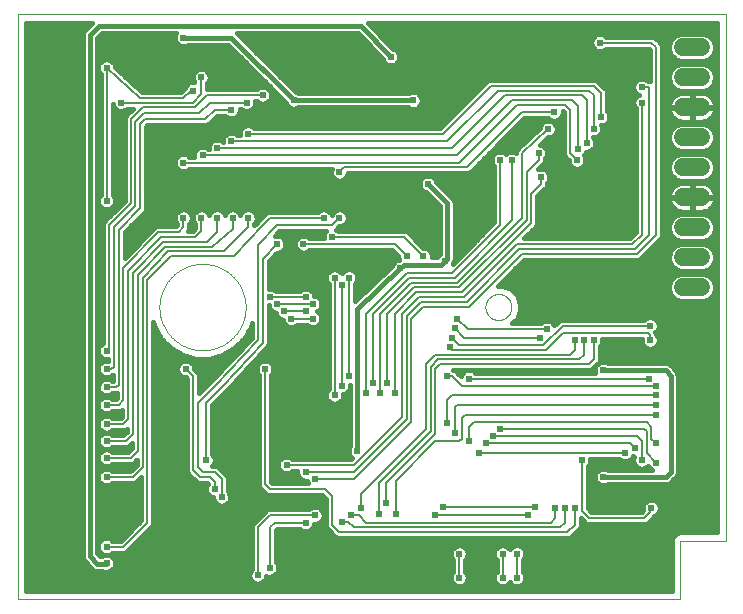
<source format=gbl>
G75*
%MOIN*%
%OFA0B0*%
%FSLAX25Y25*%
%IPPOS*%
%LPD*%
%AMOC8*
5,1,8,0,0,1.08239X$1,22.5*
%
%ADD10C,0.00000*%
%ADD11C,0.06000*%
%ADD12C,0.02400*%
%ADD13C,0.01600*%
%ADD14C,0.00800*%
D10*
X0001000Y0001000D02*
X0001000Y0196000D01*
X0237000Y0196000D01*
X0237000Y0020500D01*
X0221900Y0020500D01*
X0221900Y0001000D01*
X0001000Y0001000D01*
X0048244Y0098441D02*
X0048248Y0098794D01*
X0048261Y0099146D01*
X0048283Y0099498D01*
X0048313Y0099850D01*
X0048352Y0100200D01*
X0048400Y0100550D01*
X0048456Y0100898D01*
X0048520Y0101244D01*
X0048593Y0101589D01*
X0048675Y0101933D01*
X0048765Y0102274D01*
X0048863Y0102612D01*
X0048969Y0102949D01*
X0049084Y0103282D01*
X0049207Y0103613D01*
X0049338Y0103940D01*
X0049477Y0104264D01*
X0049624Y0104585D01*
X0049778Y0104902D01*
X0049941Y0105215D01*
X0050111Y0105524D01*
X0050288Y0105829D01*
X0050473Y0106129D01*
X0050666Y0106425D01*
X0050865Y0106715D01*
X0051072Y0107001D01*
X0051285Y0107282D01*
X0051506Y0107557D01*
X0051733Y0107827D01*
X0051967Y0108091D01*
X0052207Y0108350D01*
X0052453Y0108602D01*
X0052705Y0108848D01*
X0052964Y0109088D01*
X0053228Y0109322D01*
X0053498Y0109549D01*
X0053773Y0109770D01*
X0054054Y0109983D01*
X0054340Y0110190D01*
X0054630Y0110389D01*
X0054926Y0110582D01*
X0055226Y0110767D01*
X0055531Y0110944D01*
X0055840Y0111114D01*
X0056153Y0111277D01*
X0056470Y0111431D01*
X0056791Y0111578D01*
X0057115Y0111717D01*
X0057442Y0111848D01*
X0057773Y0111971D01*
X0058106Y0112086D01*
X0058443Y0112192D01*
X0058781Y0112290D01*
X0059122Y0112380D01*
X0059466Y0112462D01*
X0059811Y0112535D01*
X0060157Y0112599D01*
X0060505Y0112655D01*
X0060855Y0112703D01*
X0061205Y0112742D01*
X0061557Y0112772D01*
X0061909Y0112794D01*
X0062261Y0112807D01*
X0062614Y0112811D01*
X0062967Y0112807D01*
X0063319Y0112794D01*
X0063671Y0112772D01*
X0064023Y0112742D01*
X0064373Y0112703D01*
X0064723Y0112655D01*
X0065071Y0112599D01*
X0065417Y0112535D01*
X0065762Y0112462D01*
X0066106Y0112380D01*
X0066447Y0112290D01*
X0066785Y0112192D01*
X0067122Y0112086D01*
X0067455Y0111971D01*
X0067786Y0111848D01*
X0068113Y0111717D01*
X0068437Y0111578D01*
X0068758Y0111431D01*
X0069075Y0111277D01*
X0069388Y0111114D01*
X0069697Y0110944D01*
X0070002Y0110767D01*
X0070302Y0110582D01*
X0070598Y0110389D01*
X0070888Y0110190D01*
X0071174Y0109983D01*
X0071455Y0109770D01*
X0071730Y0109549D01*
X0072000Y0109322D01*
X0072264Y0109088D01*
X0072523Y0108848D01*
X0072775Y0108602D01*
X0073021Y0108350D01*
X0073261Y0108091D01*
X0073495Y0107827D01*
X0073722Y0107557D01*
X0073943Y0107282D01*
X0074156Y0107001D01*
X0074363Y0106715D01*
X0074562Y0106425D01*
X0074755Y0106129D01*
X0074940Y0105829D01*
X0075117Y0105524D01*
X0075287Y0105215D01*
X0075450Y0104902D01*
X0075604Y0104585D01*
X0075751Y0104264D01*
X0075890Y0103940D01*
X0076021Y0103613D01*
X0076144Y0103282D01*
X0076259Y0102949D01*
X0076365Y0102612D01*
X0076463Y0102274D01*
X0076553Y0101933D01*
X0076635Y0101589D01*
X0076708Y0101244D01*
X0076772Y0100898D01*
X0076828Y0100550D01*
X0076876Y0100200D01*
X0076915Y0099850D01*
X0076945Y0099498D01*
X0076967Y0099146D01*
X0076980Y0098794D01*
X0076984Y0098441D01*
X0076980Y0098088D01*
X0076967Y0097736D01*
X0076945Y0097384D01*
X0076915Y0097032D01*
X0076876Y0096682D01*
X0076828Y0096332D01*
X0076772Y0095984D01*
X0076708Y0095638D01*
X0076635Y0095293D01*
X0076553Y0094949D01*
X0076463Y0094608D01*
X0076365Y0094270D01*
X0076259Y0093933D01*
X0076144Y0093600D01*
X0076021Y0093269D01*
X0075890Y0092942D01*
X0075751Y0092618D01*
X0075604Y0092297D01*
X0075450Y0091980D01*
X0075287Y0091667D01*
X0075117Y0091358D01*
X0074940Y0091053D01*
X0074755Y0090753D01*
X0074562Y0090457D01*
X0074363Y0090167D01*
X0074156Y0089881D01*
X0073943Y0089600D01*
X0073722Y0089325D01*
X0073495Y0089055D01*
X0073261Y0088791D01*
X0073021Y0088532D01*
X0072775Y0088280D01*
X0072523Y0088034D01*
X0072264Y0087794D01*
X0072000Y0087560D01*
X0071730Y0087333D01*
X0071455Y0087112D01*
X0071174Y0086899D01*
X0070888Y0086692D01*
X0070598Y0086493D01*
X0070302Y0086300D01*
X0070002Y0086115D01*
X0069697Y0085938D01*
X0069388Y0085768D01*
X0069075Y0085605D01*
X0068758Y0085451D01*
X0068437Y0085304D01*
X0068113Y0085165D01*
X0067786Y0085034D01*
X0067455Y0084911D01*
X0067122Y0084796D01*
X0066785Y0084690D01*
X0066447Y0084592D01*
X0066106Y0084502D01*
X0065762Y0084420D01*
X0065417Y0084347D01*
X0065071Y0084283D01*
X0064723Y0084227D01*
X0064373Y0084179D01*
X0064023Y0084140D01*
X0063671Y0084110D01*
X0063319Y0084088D01*
X0062967Y0084075D01*
X0062614Y0084071D01*
X0062261Y0084075D01*
X0061909Y0084088D01*
X0061557Y0084110D01*
X0061205Y0084140D01*
X0060855Y0084179D01*
X0060505Y0084227D01*
X0060157Y0084283D01*
X0059811Y0084347D01*
X0059466Y0084420D01*
X0059122Y0084502D01*
X0058781Y0084592D01*
X0058443Y0084690D01*
X0058106Y0084796D01*
X0057773Y0084911D01*
X0057442Y0085034D01*
X0057115Y0085165D01*
X0056791Y0085304D01*
X0056470Y0085451D01*
X0056153Y0085605D01*
X0055840Y0085768D01*
X0055531Y0085938D01*
X0055226Y0086115D01*
X0054926Y0086300D01*
X0054630Y0086493D01*
X0054340Y0086692D01*
X0054054Y0086899D01*
X0053773Y0087112D01*
X0053498Y0087333D01*
X0053228Y0087560D01*
X0052964Y0087794D01*
X0052705Y0088034D01*
X0052453Y0088280D01*
X0052207Y0088532D01*
X0051967Y0088791D01*
X0051733Y0089055D01*
X0051506Y0089325D01*
X0051285Y0089600D01*
X0051072Y0089881D01*
X0050865Y0090167D01*
X0050666Y0090457D01*
X0050473Y0090753D01*
X0050288Y0091053D01*
X0050111Y0091358D01*
X0049941Y0091667D01*
X0049778Y0091980D01*
X0049624Y0092297D01*
X0049477Y0092618D01*
X0049338Y0092942D01*
X0049207Y0093269D01*
X0049084Y0093600D01*
X0048969Y0093933D01*
X0048863Y0094270D01*
X0048765Y0094608D01*
X0048675Y0094949D01*
X0048593Y0095293D01*
X0048520Y0095638D01*
X0048456Y0095984D01*
X0048400Y0096332D01*
X0048352Y0096682D01*
X0048313Y0097032D01*
X0048283Y0097384D01*
X0048261Y0097736D01*
X0048248Y0098088D01*
X0048244Y0098441D01*
X0156905Y0098441D02*
X0156907Y0098572D01*
X0156913Y0098704D01*
X0156923Y0098835D01*
X0156937Y0098966D01*
X0156955Y0099096D01*
X0156977Y0099225D01*
X0157002Y0099354D01*
X0157032Y0099482D01*
X0157066Y0099609D01*
X0157103Y0099736D01*
X0157144Y0099860D01*
X0157189Y0099984D01*
X0157238Y0100106D01*
X0157290Y0100227D01*
X0157346Y0100345D01*
X0157406Y0100463D01*
X0157469Y0100578D01*
X0157536Y0100691D01*
X0157606Y0100803D01*
X0157679Y0100912D01*
X0157755Y0101018D01*
X0157835Y0101123D01*
X0157918Y0101225D01*
X0158004Y0101324D01*
X0158093Y0101421D01*
X0158185Y0101515D01*
X0158280Y0101606D01*
X0158377Y0101695D01*
X0158477Y0101780D01*
X0158580Y0101862D01*
X0158685Y0101941D01*
X0158792Y0102017D01*
X0158902Y0102089D01*
X0159014Y0102158D01*
X0159128Y0102224D01*
X0159243Y0102286D01*
X0159361Y0102345D01*
X0159480Y0102400D01*
X0159601Y0102452D01*
X0159724Y0102499D01*
X0159848Y0102543D01*
X0159973Y0102584D01*
X0160099Y0102620D01*
X0160227Y0102653D01*
X0160355Y0102681D01*
X0160484Y0102706D01*
X0160614Y0102727D01*
X0160744Y0102744D01*
X0160875Y0102757D01*
X0161006Y0102766D01*
X0161137Y0102771D01*
X0161269Y0102772D01*
X0161400Y0102769D01*
X0161532Y0102762D01*
X0161663Y0102751D01*
X0161793Y0102736D01*
X0161923Y0102717D01*
X0162053Y0102694D01*
X0162181Y0102668D01*
X0162309Y0102637D01*
X0162436Y0102602D01*
X0162562Y0102564D01*
X0162686Y0102522D01*
X0162810Y0102476D01*
X0162931Y0102426D01*
X0163051Y0102373D01*
X0163170Y0102316D01*
X0163287Y0102256D01*
X0163401Y0102192D01*
X0163514Y0102124D01*
X0163625Y0102053D01*
X0163734Y0101979D01*
X0163840Y0101902D01*
X0163944Y0101821D01*
X0164045Y0101738D01*
X0164144Y0101651D01*
X0164240Y0101561D01*
X0164333Y0101468D01*
X0164424Y0101373D01*
X0164511Y0101275D01*
X0164596Y0101174D01*
X0164677Y0101071D01*
X0164755Y0100965D01*
X0164830Y0100857D01*
X0164902Y0100747D01*
X0164970Y0100635D01*
X0165035Y0100521D01*
X0165096Y0100404D01*
X0165154Y0100286D01*
X0165208Y0100166D01*
X0165259Y0100045D01*
X0165306Y0099922D01*
X0165349Y0099798D01*
X0165388Y0099673D01*
X0165424Y0099546D01*
X0165455Y0099418D01*
X0165483Y0099290D01*
X0165507Y0099161D01*
X0165527Y0099031D01*
X0165543Y0098900D01*
X0165555Y0098769D01*
X0165563Y0098638D01*
X0165567Y0098507D01*
X0165567Y0098375D01*
X0165563Y0098244D01*
X0165555Y0098113D01*
X0165543Y0097982D01*
X0165527Y0097851D01*
X0165507Y0097721D01*
X0165483Y0097592D01*
X0165455Y0097464D01*
X0165424Y0097336D01*
X0165388Y0097209D01*
X0165349Y0097084D01*
X0165306Y0096960D01*
X0165259Y0096837D01*
X0165208Y0096716D01*
X0165154Y0096596D01*
X0165096Y0096478D01*
X0165035Y0096361D01*
X0164970Y0096247D01*
X0164902Y0096135D01*
X0164830Y0096025D01*
X0164755Y0095917D01*
X0164677Y0095811D01*
X0164596Y0095708D01*
X0164511Y0095607D01*
X0164424Y0095509D01*
X0164333Y0095414D01*
X0164240Y0095321D01*
X0164144Y0095231D01*
X0164045Y0095144D01*
X0163944Y0095061D01*
X0163840Y0094980D01*
X0163734Y0094903D01*
X0163625Y0094829D01*
X0163514Y0094758D01*
X0163402Y0094690D01*
X0163287Y0094626D01*
X0163170Y0094566D01*
X0163051Y0094509D01*
X0162931Y0094456D01*
X0162810Y0094406D01*
X0162686Y0094360D01*
X0162562Y0094318D01*
X0162436Y0094280D01*
X0162309Y0094245D01*
X0162181Y0094214D01*
X0162053Y0094188D01*
X0161923Y0094165D01*
X0161793Y0094146D01*
X0161663Y0094131D01*
X0161532Y0094120D01*
X0161400Y0094113D01*
X0161269Y0094110D01*
X0161137Y0094111D01*
X0161006Y0094116D01*
X0160875Y0094125D01*
X0160744Y0094138D01*
X0160614Y0094155D01*
X0160484Y0094176D01*
X0160355Y0094201D01*
X0160227Y0094229D01*
X0160099Y0094262D01*
X0159973Y0094298D01*
X0159848Y0094339D01*
X0159724Y0094383D01*
X0159601Y0094430D01*
X0159480Y0094482D01*
X0159361Y0094537D01*
X0159243Y0094596D01*
X0159128Y0094658D01*
X0159014Y0094724D01*
X0158902Y0094793D01*
X0158792Y0094865D01*
X0158685Y0094941D01*
X0158580Y0095020D01*
X0158477Y0095102D01*
X0158377Y0095187D01*
X0158280Y0095276D01*
X0158185Y0095367D01*
X0158093Y0095461D01*
X0158004Y0095558D01*
X0157918Y0095657D01*
X0157835Y0095759D01*
X0157755Y0095864D01*
X0157679Y0095970D01*
X0157606Y0096079D01*
X0157536Y0096191D01*
X0157469Y0096304D01*
X0157406Y0096419D01*
X0157346Y0096537D01*
X0157290Y0096655D01*
X0157238Y0096776D01*
X0157189Y0096898D01*
X0157144Y0097022D01*
X0157103Y0097146D01*
X0157066Y0097273D01*
X0157032Y0097400D01*
X0157002Y0097528D01*
X0156977Y0097657D01*
X0156955Y0097786D01*
X0156937Y0097916D01*
X0156923Y0098047D01*
X0156913Y0098178D01*
X0156907Y0098310D01*
X0156905Y0098441D01*
D11*
X0222800Y0105000D02*
X0228800Y0105000D01*
X0228800Y0115000D02*
X0222800Y0115000D01*
X0222800Y0125000D02*
X0228800Y0125000D01*
X0228800Y0135000D02*
X0222800Y0135000D01*
X0222800Y0145000D02*
X0228800Y0145000D01*
X0228800Y0155000D02*
X0222800Y0155000D01*
X0222800Y0165000D02*
X0228800Y0165000D01*
X0228800Y0175000D02*
X0222800Y0175000D01*
X0222800Y0185000D02*
X0228800Y0185000D01*
D12*
X0209000Y0171800D03*
X0209000Y0166600D03*
X0195400Y0161800D03*
X0193000Y0157800D03*
X0195000Y0153800D03*
X0190600Y0153000D03*
X0187800Y0151000D03*
X0187400Y0147400D03*
X0174600Y0149800D03*
X0175400Y0141800D03*
X0165800Y0147400D03*
X0161800Y0147400D03*
X0177800Y0157800D03*
X0179800Y0163400D03*
X0195000Y0186600D03*
X0137800Y0139400D03*
X0119800Y0135800D03*
X0108200Y0128200D03*
X0103000Y0128200D03*
X0105800Y0121800D03*
X0103000Y0114200D03*
X0106600Y0108200D03*
X0109000Y0105800D03*
X0111400Y0108200D03*
X0099400Y0099400D03*
X0097000Y0101800D03*
X0097000Y0097000D03*
X0099400Y0094600D03*
X0092200Y0094600D03*
X0089800Y0097000D03*
X0087400Y0099400D03*
X0085000Y0101800D03*
X0103000Y0087400D03*
X0111400Y0075400D03*
X0109000Y0072200D03*
X0106600Y0069000D03*
X0117000Y0069800D03*
X0119400Y0073000D03*
X0121800Y0069800D03*
X0124200Y0073000D03*
X0126600Y0069800D03*
X0144200Y0075400D03*
X0151400Y0074600D03*
X0145000Y0085000D03*
X0145800Y0088200D03*
X0146600Y0091400D03*
X0147400Y0094600D03*
X0128435Y0111305D03*
X0130600Y0115400D03*
X0136200Y0115400D03*
X0143400Y0113800D03*
X0175000Y0088200D03*
X0177400Y0091000D03*
X0186600Y0087400D03*
X0189800Y0087400D03*
X0193000Y0087400D03*
X0196200Y0077400D03*
X0211400Y0074600D03*
X0213800Y0072200D03*
X0213800Y0069000D03*
X0213800Y0065800D03*
X0213800Y0062600D03*
X0213800Y0053000D03*
X0213800Y0046600D03*
X0209000Y0047400D03*
X0206600Y0051400D03*
X0203400Y0049800D03*
X0196200Y0041800D03*
X0189000Y0047400D03*
X0173400Y0031800D03*
X0171000Y0029000D03*
X0180200Y0031400D03*
X0183400Y0031400D03*
X0186600Y0031400D03*
X0167400Y0016200D03*
X0162600Y0016200D03*
X0162600Y0008200D03*
X0167400Y0008200D03*
X0148200Y0008200D03*
X0148200Y0016200D03*
X0140200Y0029000D03*
X0142600Y0031800D03*
X0127000Y0029400D03*
X0123800Y0033000D03*
X0121400Y0029400D03*
X0115400Y0031400D03*
X0112200Y0029000D03*
X0109150Y0026750D03*
X0100200Y0029000D03*
X0097000Y0026600D03*
X0100200Y0041000D03*
X0097000Y0043400D03*
X0090600Y0045800D03*
X0087000Y0055400D03*
X0066600Y0037800D03*
X0069000Y0035000D03*
X0063800Y0047400D03*
X0047000Y0044600D03*
X0030600Y0041800D03*
X0030600Y0048200D03*
X0030600Y0053800D03*
X0030600Y0059400D03*
X0030600Y0065800D03*
X0030600Y0071800D03*
X0030600Y0077800D03*
X0030600Y0083800D03*
X0057000Y0077800D03*
X0083400Y0077800D03*
X0114200Y0050450D03*
X0144200Y0059800D03*
X0146600Y0056600D03*
X0151400Y0053800D03*
X0154600Y0049800D03*
X0157000Y0053000D03*
X0159400Y0055400D03*
X0161800Y0057800D03*
X0211800Y0087400D03*
X0211800Y0092200D03*
X0209000Y0102600D03*
X0227400Y0080200D03*
X0212200Y0031400D03*
X0201800Y0012200D03*
X0108600Y0006600D03*
X0091800Y0006600D03*
X0085000Y0011400D03*
X0081000Y0009000D03*
X0030600Y0006200D03*
X0030600Y0013000D03*
X0030600Y0018600D03*
X0087400Y0119400D03*
X0096200Y0119400D03*
X0077800Y0128200D03*
X0072600Y0128200D03*
X0067400Y0128200D03*
X0062200Y0128200D03*
X0056200Y0128200D03*
X0056200Y0146600D03*
X0062600Y0149000D03*
X0067400Y0151400D03*
X0072200Y0153800D03*
X0077800Y0156200D03*
X0072200Y0164200D03*
X0077400Y0166600D03*
X0082600Y0169000D03*
X0087400Y0161000D03*
X0093000Y0167400D03*
X0119400Y0161800D03*
X0132840Y0167300D03*
X0125400Y0181800D03*
X0108200Y0143400D03*
X0062200Y0175000D03*
X0059400Y0170600D03*
X0041000Y0173800D03*
X0035400Y0166600D03*
X0030635Y0178165D03*
X0056200Y0188200D03*
X0030600Y0133800D03*
D13*
X0028635Y0135794D02*
X0028226Y0135386D01*
X0027800Y0134357D01*
X0027800Y0133243D01*
X0028226Y0132214D01*
X0029014Y0131426D01*
X0029580Y0131192D01*
X0029806Y0130965D01*
X0029854Y0130965D01*
X0029890Y0130933D01*
X0030676Y0130965D01*
X0031463Y0130965D01*
X0031497Y0130999D01*
X0031545Y0131001D01*
X0031782Y0131259D01*
X0032186Y0131426D01*
X0032974Y0132214D01*
X0033400Y0133243D01*
X0033400Y0134357D01*
X0032974Y0135386D01*
X0032635Y0135725D01*
X0032635Y0165959D01*
X0033026Y0165014D01*
X0033814Y0164226D01*
X0034843Y0163800D01*
X0035957Y0163800D01*
X0036986Y0164226D01*
X0037360Y0164600D01*
X0039372Y0164600D01*
X0037772Y0163000D01*
X0036600Y0161828D01*
X0036600Y0133828D01*
X0029400Y0126628D01*
X0029400Y0086334D01*
X0029014Y0086174D01*
X0028226Y0085386D01*
X0027800Y0084357D01*
X0027800Y0083243D01*
X0028226Y0082214D01*
X0029014Y0081426D01*
X0030043Y0081000D01*
X0031000Y0081000D01*
X0031000Y0080600D01*
X0030043Y0080600D01*
X0029014Y0080174D01*
X0028226Y0079386D01*
X0027800Y0078357D01*
X0027800Y0077243D01*
X0028226Y0076214D01*
X0029014Y0075426D01*
X0030043Y0075000D01*
X0031157Y0075000D01*
X0032186Y0075426D01*
X0032560Y0075800D01*
X0032600Y0075800D01*
X0032600Y0073800D01*
X0032560Y0073800D01*
X0032186Y0074174D01*
X0031157Y0074600D01*
X0030043Y0074600D01*
X0029014Y0074174D01*
X0028226Y0073386D01*
X0027800Y0072357D01*
X0027800Y0071243D01*
X0028226Y0070214D01*
X0029014Y0069426D01*
X0030043Y0069000D01*
X0031157Y0069000D01*
X0032186Y0069426D01*
X0032560Y0069800D01*
X0034200Y0069800D01*
X0034200Y0068228D01*
X0033772Y0067800D01*
X0032560Y0067800D01*
X0032186Y0068174D01*
X0031157Y0068600D01*
X0030043Y0068600D01*
X0029014Y0068174D01*
X0028226Y0067386D01*
X0027800Y0066357D01*
X0027800Y0065243D01*
X0028226Y0064214D01*
X0029014Y0063426D01*
X0030043Y0063000D01*
X0031157Y0063000D01*
X0032186Y0063426D01*
X0032560Y0063800D01*
X0035428Y0063800D01*
X0035800Y0064172D01*
X0035800Y0061828D01*
X0035372Y0061400D01*
X0032560Y0061400D01*
X0032186Y0061774D01*
X0031157Y0062200D01*
X0030043Y0062200D01*
X0029014Y0061774D01*
X0028226Y0060986D01*
X0027800Y0059957D01*
X0027800Y0058843D01*
X0028226Y0057814D01*
X0029014Y0057026D01*
X0030043Y0056600D01*
X0029014Y0056174D01*
X0028226Y0055386D01*
X0027800Y0054357D01*
X0027800Y0053243D01*
X0028226Y0052214D01*
X0029014Y0051426D01*
X0030043Y0051000D01*
X0029014Y0050574D01*
X0028226Y0049786D01*
X0027800Y0048757D01*
X0027800Y0047643D01*
X0028226Y0046614D01*
X0029014Y0045826D01*
X0030043Y0045400D01*
X0031157Y0045400D01*
X0032186Y0045826D01*
X0032560Y0046200D01*
X0039428Y0046200D01*
X0040600Y0047372D01*
X0040600Y0045828D01*
X0038572Y0043800D01*
X0032560Y0043800D01*
X0032186Y0044174D01*
X0031157Y0044600D01*
X0030043Y0044600D01*
X0029014Y0044174D01*
X0028226Y0043386D01*
X0027800Y0042357D01*
X0027800Y0041243D01*
X0028226Y0040214D01*
X0029014Y0039426D01*
X0030043Y0039000D01*
X0031157Y0039000D01*
X0032186Y0039426D01*
X0032560Y0039800D01*
X0040228Y0039800D01*
X0041400Y0040972D01*
X0042200Y0041772D01*
X0042200Y0027428D01*
X0035372Y0020600D01*
X0032560Y0020600D01*
X0032186Y0020974D01*
X0031157Y0021400D01*
X0030043Y0021400D01*
X0029014Y0020974D01*
X0028226Y0020186D01*
X0027800Y0019157D01*
X0027800Y0018043D01*
X0028226Y0017014D01*
X0029014Y0016226D01*
X0030043Y0015800D01*
X0031157Y0015800D01*
X0032186Y0016226D01*
X0032560Y0016600D01*
X0037028Y0016600D01*
X0038200Y0017772D01*
X0046200Y0025772D01*
X0046200Y0093359D01*
X0046614Y0091814D01*
X0048875Y0087898D01*
X0052071Y0084701D01*
X0055987Y0082441D01*
X0060354Y0081271D01*
X0064875Y0081271D01*
X0069242Y0082441D01*
X0073157Y0084701D01*
X0076354Y0087898D01*
X0078614Y0091814D01*
X0079000Y0093254D01*
X0079000Y0088197D01*
X0065167Y0073595D01*
X0061400Y0069828D01*
X0061400Y0076228D01*
X0059800Y0077828D01*
X0059800Y0078357D01*
X0059374Y0079386D01*
X0058586Y0080174D01*
X0057557Y0080600D01*
X0056443Y0080600D01*
X0055414Y0080174D01*
X0054626Y0079386D01*
X0054200Y0078357D01*
X0054200Y0077243D01*
X0054626Y0076214D01*
X0055414Y0075426D01*
X0056443Y0075000D01*
X0056972Y0075000D01*
X0057400Y0074572D01*
X0057400Y0043372D01*
X0058572Y0042200D01*
X0060972Y0039800D01*
X0064172Y0039800D01*
X0064406Y0039566D01*
X0064226Y0039386D01*
X0063800Y0038357D01*
X0063800Y0037243D01*
X0064226Y0036214D01*
X0065014Y0035426D01*
X0066043Y0035000D01*
X0066200Y0035000D01*
X0066200Y0034443D01*
X0066626Y0033414D01*
X0067414Y0032626D01*
X0068443Y0032200D01*
X0069557Y0032200D01*
X0070586Y0032626D01*
X0071374Y0033414D01*
X0071800Y0034443D01*
X0071800Y0035557D01*
X0071374Y0036586D01*
X0071000Y0036960D01*
X0071000Y0041828D01*
X0068600Y0044228D01*
X0068600Y0044228D01*
X0067428Y0045400D01*
X0065760Y0045400D01*
X0066174Y0045814D01*
X0066600Y0046843D01*
X0066600Y0047957D01*
X0066174Y0048986D01*
X0065800Y0049360D01*
X0065800Y0065772D01*
X0070264Y0070236D01*
X0070315Y0070238D01*
X0070845Y0070817D01*
X0071400Y0071372D01*
X0071400Y0071422D01*
X0084045Y0085216D01*
X0084600Y0085772D01*
X0084600Y0085822D01*
X0084634Y0085859D01*
X0084600Y0086643D01*
X0084600Y0099000D01*
X0084600Y0098843D01*
X0085026Y0097814D01*
X0085814Y0097026D01*
X0086843Y0096600D01*
X0087000Y0096600D01*
X0087000Y0096443D01*
X0087426Y0095414D01*
X0088214Y0094626D01*
X0089243Y0094200D01*
X0089400Y0094200D01*
X0089400Y0094043D01*
X0089826Y0093014D01*
X0090614Y0092226D01*
X0091643Y0091800D01*
X0092757Y0091800D01*
X0093786Y0092226D01*
X0094160Y0092600D01*
X0097440Y0092600D01*
X0097814Y0092226D01*
X0098843Y0091800D01*
X0099957Y0091800D01*
X0100986Y0092226D01*
X0101774Y0093014D01*
X0102200Y0094043D01*
X0102200Y0095157D01*
X0101774Y0096186D01*
X0100986Y0096974D01*
X0100923Y0097000D01*
X0100986Y0097026D01*
X0101774Y0097814D01*
X0102200Y0098843D01*
X0102200Y0099957D01*
X0101774Y0100986D01*
X0100986Y0101774D01*
X0099957Y0102200D01*
X0099800Y0102200D01*
X0099800Y0102357D01*
X0099374Y0103386D01*
X0098586Y0104174D01*
X0097557Y0104600D01*
X0096443Y0104600D01*
X0095414Y0104174D01*
X0095040Y0103800D01*
X0086960Y0103800D01*
X0086586Y0104174D01*
X0085557Y0104600D01*
X0084600Y0104600D01*
X0084600Y0113772D01*
X0087428Y0116600D01*
X0087957Y0116600D01*
X0088986Y0117026D01*
X0089774Y0117814D01*
X0090200Y0118843D01*
X0090200Y0119957D01*
X0089774Y0120986D01*
X0088986Y0121774D01*
X0087957Y0122200D01*
X0086843Y0122200D01*
X0086704Y0122142D01*
X0088264Y0123800D01*
X0103840Y0123800D01*
X0103426Y0123386D01*
X0103000Y0122357D01*
X0103000Y0121400D01*
X0098160Y0121400D01*
X0097786Y0121774D01*
X0096757Y0122200D01*
X0095643Y0122200D01*
X0094614Y0121774D01*
X0093826Y0120986D01*
X0093400Y0119957D01*
X0093400Y0118843D01*
X0093826Y0117814D01*
X0094614Y0117026D01*
X0095643Y0116600D01*
X0096757Y0116600D01*
X0097786Y0117026D01*
X0098160Y0117400D01*
X0125772Y0117400D01*
X0127800Y0115372D01*
X0127800Y0114843D01*
X0128047Y0114246D01*
X0127900Y0114105D01*
X0127878Y0114105D01*
X0126849Y0113679D01*
X0126062Y0112891D01*
X0125700Y0112019D01*
X0113400Y0100349D01*
X0113400Y0106240D01*
X0113774Y0106614D01*
X0114200Y0107643D01*
X0114200Y0108757D01*
X0113774Y0109786D01*
X0112986Y0110574D01*
X0111957Y0111000D01*
X0110843Y0111000D01*
X0109814Y0110574D01*
X0109026Y0109786D01*
X0109000Y0109723D01*
X0108974Y0109786D01*
X0108186Y0110574D01*
X0107157Y0111000D01*
X0106043Y0111000D01*
X0105014Y0110574D01*
X0104226Y0109786D01*
X0103800Y0108757D01*
X0103800Y0107643D01*
X0104226Y0106614D01*
X0104600Y0106240D01*
X0104600Y0070960D01*
X0104226Y0070586D01*
X0103800Y0069557D01*
X0103800Y0068443D01*
X0104226Y0067414D01*
X0105014Y0066626D01*
X0106043Y0066200D01*
X0107157Y0066200D01*
X0108186Y0066626D01*
X0108974Y0067414D01*
X0109400Y0068443D01*
X0109400Y0069400D01*
X0109557Y0069400D01*
X0110586Y0069826D01*
X0111374Y0070614D01*
X0111800Y0071643D01*
X0111800Y0072600D01*
X0111800Y0051973D01*
X0111400Y0051007D01*
X0111400Y0049893D01*
X0111826Y0048864D01*
X0112531Y0048159D01*
X0112172Y0047800D01*
X0092560Y0047800D01*
X0092186Y0048174D01*
X0091157Y0048600D01*
X0090043Y0048600D01*
X0089014Y0048174D01*
X0088226Y0047386D01*
X0087800Y0046357D01*
X0087800Y0045243D01*
X0088226Y0044214D01*
X0089014Y0043426D01*
X0090043Y0043000D01*
X0091157Y0043000D01*
X0092186Y0043426D01*
X0092560Y0043800D01*
X0094200Y0043800D01*
X0094200Y0042843D01*
X0094626Y0041814D01*
X0095414Y0041026D01*
X0096443Y0040600D01*
X0097400Y0040600D01*
X0097400Y0040443D01*
X0097666Y0039800D01*
X0085828Y0039800D01*
X0085400Y0040228D01*
X0085400Y0075840D01*
X0085774Y0076214D01*
X0086200Y0077243D01*
X0086200Y0078357D01*
X0085774Y0079386D01*
X0084986Y0080174D01*
X0083957Y0080600D01*
X0082843Y0080600D01*
X0081814Y0080174D01*
X0081026Y0079386D01*
X0080600Y0078357D01*
X0080600Y0077243D01*
X0081026Y0076214D01*
X0081400Y0075840D01*
X0081400Y0038572D01*
X0084172Y0035800D01*
X0102572Y0035800D01*
X0103800Y0034572D01*
X0103800Y0024972D01*
X0106200Y0022572D01*
X0107372Y0021400D01*
X0185028Y0021400D01*
X0187428Y0023800D01*
X0188600Y0024972D01*
X0188600Y0028172D01*
X0189400Y0027372D01*
X0190572Y0026200D01*
X0210628Y0026200D01*
X0212628Y0028200D01*
X0213220Y0028792D01*
X0213786Y0029026D01*
X0214574Y0029814D01*
X0215000Y0030843D01*
X0215000Y0031957D01*
X0214574Y0032986D01*
X0213786Y0033774D01*
X0212757Y0034200D01*
X0211643Y0034200D01*
X0210614Y0033774D01*
X0209826Y0032986D01*
X0209400Y0031957D01*
X0209400Y0030843D01*
X0209463Y0030691D01*
X0208972Y0030200D01*
X0192228Y0030200D01*
X0191000Y0031428D01*
X0191000Y0045440D01*
X0191374Y0045814D01*
X0191800Y0046843D01*
X0191800Y0047800D01*
X0201440Y0047800D01*
X0201814Y0047426D01*
X0202843Y0047000D01*
X0203957Y0047000D01*
X0204986Y0047426D01*
X0205774Y0048214D01*
X0205950Y0048639D01*
X0206043Y0048600D01*
X0206466Y0048600D01*
X0206200Y0047957D01*
X0206200Y0046843D01*
X0206626Y0045814D01*
X0207414Y0045026D01*
X0208443Y0044600D01*
X0209557Y0044600D01*
X0210586Y0045026D01*
X0211177Y0045617D01*
X0211426Y0045014D01*
X0212214Y0044226D01*
X0212277Y0044200D01*
X0197723Y0044200D01*
X0196757Y0044600D01*
X0195643Y0044600D01*
X0194614Y0044174D01*
X0193826Y0043386D01*
X0193400Y0042357D01*
X0193400Y0041243D01*
X0193826Y0040214D01*
X0194614Y0039426D01*
X0195643Y0039000D01*
X0196757Y0039000D01*
X0197723Y0039400D01*
X0217477Y0039400D01*
X0218359Y0039765D01*
X0219035Y0040441D01*
X0220635Y0042041D01*
X0221000Y0042923D01*
X0221000Y0075267D01*
X0221038Y0075609D01*
X0221000Y0075741D01*
X0221000Y0075877D01*
X0220868Y0076196D01*
X0220772Y0076526D01*
X0220687Y0076633D01*
X0220635Y0076759D01*
X0220391Y0077003D01*
X0219087Y0078633D01*
X0219035Y0078759D01*
X0218791Y0079003D01*
X0218576Y0079272D01*
X0218456Y0079338D01*
X0218359Y0079435D01*
X0218041Y0079566D01*
X0217740Y0079733D01*
X0217604Y0079748D01*
X0217477Y0079800D01*
X0217133Y0079800D01*
X0216791Y0079838D01*
X0216659Y0079800D01*
X0197723Y0079800D01*
X0196757Y0080200D01*
X0195643Y0080200D01*
X0194614Y0079774D01*
X0193826Y0078986D01*
X0193400Y0077957D01*
X0193400Y0076843D01*
X0193501Y0076600D01*
X0153360Y0076600D01*
X0152986Y0076974D01*
X0151957Y0077400D01*
X0150843Y0077400D01*
X0149814Y0076974D01*
X0149026Y0076186D01*
X0148680Y0075349D01*
X0146628Y0077400D01*
X0146160Y0077400D01*
X0146160Y0077400D01*
X0192228Y0077400D01*
X0193828Y0079000D01*
X0195000Y0080172D01*
X0195000Y0085440D01*
X0195374Y0085814D01*
X0195800Y0086843D01*
X0195800Y0087800D01*
X0209000Y0087800D01*
X0209000Y0086843D01*
X0209426Y0085814D01*
X0210214Y0085026D01*
X0211243Y0084600D01*
X0212357Y0084600D01*
X0213386Y0085026D01*
X0214174Y0085814D01*
X0214600Y0086843D01*
X0214600Y0087957D01*
X0214174Y0088986D01*
X0213800Y0089360D01*
X0213800Y0089828D01*
X0213594Y0090034D01*
X0214174Y0090614D01*
X0214600Y0091643D01*
X0214600Y0092757D01*
X0214174Y0093786D01*
X0213386Y0094574D01*
X0212357Y0095000D01*
X0211243Y0095000D01*
X0210214Y0094574D01*
X0209840Y0094200D01*
X0181772Y0094200D01*
X0180600Y0093028D01*
X0179886Y0092315D01*
X0179774Y0092586D01*
X0178986Y0093374D01*
X0177957Y0093800D01*
X0176843Y0093800D01*
X0175814Y0093374D01*
X0175440Y0093000D01*
X0165880Y0093000D01*
X0167281Y0094402D01*
X0168367Y0097023D01*
X0168367Y0099859D01*
X0167281Y0102480D01*
X0165275Y0104486D01*
X0162655Y0105572D01*
X0161200Y0105572D01*
X0169828Y0114200D01*
X0208228Y0114200D01*
X0209400Y0115372D01*
X0215800Y0121772D01*
X0215800Y0185828D01*
X0214628Y0187000D01*
X0213028Y0188600D01*
X0196960Y0188600D01*
X0196586Y0188974D01*
X0195557Y0189400D01*
X0194443Y0189400D01*
X0193414Y0188974D01*
X0192626Y0188186D01*
X0192200Y0187157D01*
X0192200Y0186043D01*
X0192626Y0185014D01*
X0193414Y0184226D01*
X0194443Y0183800D01*
X0195557Y0183800D01*
X0196586Y0184226D01*
X0196960Y0184600D01*
X0211372Y0184600D01*
X0211800Y0184172D01*
X0211800Y0173800D01*
X0210960Y0173800D01*
X0210586Y0174174D01*
X0209557Y0174600D01*
X0208443Y0174600D01*
X0207414Y0174174D01*
X0206626Y0173386D01*
X0206200Y0172357D01*
X0206200Y0171243D01*
X0206626Y0170214D01*
X0207414Y0169426D01*
X0207960Y0169200D01*
X0207414Y0168974D01*
X0206626Y0168186D01*
X0206200Y0167157D01*
X0206200Y0166043D01*
X0206626Y0165014D01*
X0207000Y0164640D01*
X0207000Y0123428D01*
X0204972Y0121400D01*
X0169828Y0121400D01*
X0173028Y0124600D01*
X0174200Y0125772D01*
X0174200Y0135372D01*
X0176228Y0137400D01*
X0177400Y0138572D01*
X0177400Y0139840D01*
X0177774Y0140214D01*
X0178200Y0141243D01*
X0178200Y0142357D01*
X0177774Y0143386D01*
X0176986Y0144174D01*
X0175957Y0144600D01*
X0174843Y0144600D01*
X0174477Y0144448D01*
X0175428Y0145400D01*
X0176600Y0146572D01*
X0176600Y0147840D01*
X0176974Y0148214D01*
X0177400Y0149243D01*
X0177400Y0150357D01*
X0176974Y0151386D01*
X0176186Y0152174D01*
X0175157Y0152600D01*
X0175053Y0152600D01*
X0177693Y0155000D01*
X0178357Y0155000D01*
X0179386Y0155426D01*
X0180174Y0156214D01*
X0180600Y0157243D01*
X0180600Y0158357D01*
X0180174Y0159386D01*
X0179386Y0160174D01*
X0178357Y0160600D01*
X0177243Y0160600D01*
X0176214Y0160174D01*
X0175426Y0159386D01*
X0175000Y0158357D01*
X0175000Y0157957D01*
X0168227Y0151800D01*
X0168172Y0151800D01*
X0167619Y0151248D01*
X0167042Y0150723D01*
X0167039Y0150667D01*
X0167000Y0150628D01*
X0167000Y0149934D01*
X0166357Y0150200D01*
X0165243Y0150200D01*
X0164214Y0149774D01*
X0163800Y0149360D01*
X0163386Y0149774D01*
X0162357Y0150200D01*
X0161243Y0150200D01*
X0160214Y0149774D01*
X0159426Y0148986D01*
X0159000Y0147957D01*
X0159000Y0146843D01*
X0159426Y0145814D01*
X0159800Y0145440D01*
X0159800Y0126628D01*
X0146048Y0112877D01*
X0146174Y0113180D01*
X0146235Y0113241D01*
X0146600Y0114123D01*
X0146600Y0133477D01*
X0146235Y0134359D01*
X0140574Y0140020D01*
X0140174Y0140986D01*
X0139386Y0141774D01*
X0138357Y0142200D01*
X0137243Y0142200D01*
X0136214Y0141774D01*
X0135426Y0140986D01*
X0135000Y0139957D01*
X0135000Y0138843D01*
X0135426Y0137814D01*
X0136214Y0137026D01*
X0137180Y0136626D01*
X0141800Y0132006D01*
X0141800Y0116160D01*
X0141026Y0115386D01*
X0140866Y0115000D01*
X0139000Y0115000D01*
X0139000Y0115957D01*
X0138574Y0116986D01*
X0137786Y0117774D01*
X0136757Y0118200D01*
X0136228Y0118200D01*
X0130628Y0123800D01*
X0107760Y0123800D01*
X0107386Y0124174D01*
X0107115Y0124286D01*
X0108228Y0125400D01*
X0108757Y0125400D01*
X0109786Y0125826D01*
X0110574Y0126614D01*
X0111000Y0127643D01*
X0111000Y0128757D01*
X0110574Y0129786D01*
X0109786Y0130574D01*
X0108757Y0131000D01*
X0107643Y0131000D01*
X0106614Y0130574D01*
X0105826Y0129786D01*
X0105600Y0129240D01*
X0105374Y0129786D01*
X0104586Y0130574D01*
X0103557Y0131000D01*
X0102443Y0131000D01*
X0101414Y0130574D01*
X0101040Y0130200D01*
X0084172Y0130200D01*
X0083000Y0129028D01*
X0081739Y0127767D01*
X0081692Y0127765D01*
X0081157Y0127186D01*
X0080600Y0126628D01*
X0080600Y0126582D01*
X0079800Y0125715D01*
X0079800Y0126240D01*
X0080174Y0126614D01*
X0080600Y0127643D01*
X0080600Y0128757D01*
X0080174Y0129786D01*
X0079386Y0130574D01*
X0078357Y0131000D01*
X0077243Y0131000D01*
X0076214Y0130574D01*
X0075426Y0129786D01*
X0075200Y0129240D01*
X0074974Y0129786D01*
X0074186Y0130574D01*
X0073157Y0131000D01*
X0072043Y0131000D01*
X0071014Y0130574D01*
X0070226Y0129786D01*
X0070000Y0129240D01*
X0069774Y0129786D01*
X0068986Y0130574D01*
X0067957Y0131000D01*
X0066843Y0131000D01*
X0065814Y0130574D01*
X0065026Y0129786D01*
X0064800Y0129240D01*
X0064574Y0129786D01*
X0063786Y0130574D01*
X0062757Y0131000D01*
X0061643Y0131000D01*
X0060614Y0130574D01*
X0059826Y0129786D01*
X0059400Y0128757D01*
X0059400Y0127643D01*
X0059826Y0126614D01*
X0060200Y0126240D01*
X0060200Y0124628D01*
X0059372Y0123800D01*
X0057828Y0123800D01*
X0058200Y0124172D01*
X0058200Y0126240D01*
X0058574Y0126614D01*
X0059000Y0127643D01*
X0059000Y0128757D01*
X0058574Y0129786D01*
X0057786Y0130574D01*
X0056757Y0131000D01*
X0055643Y0131000D01*
X0054614Y0130574D01*
X0053826Y0129786D01*
X0053400Y0128757D01*
X0053400Y0127643D01*
X0053826Y0126614D01*
X0054200Y0126240D01*
X0054200Y0125828D01*
X0053772Y0125400D01*
X0048609Y0125400D01*
X0048594Y0125414D01*
X0047783Y0125400D01*
X0046972Y0125400D01*
X0046958Y0125386D01*
X0046938Y0125386D01*
X0046374Y0124802D01*
X0045800Y0124228D01*
X0045800Y0124209D01*
X0036600Y0114691D01*
X0036600Y0123372D01*
X0043800Y0130572D01*
X0043800Y0158572D01*
X0044228Y0159000D01*
X0064228Y0159000D01*
X0065400Y0160172D01*
X0067428Y0162200D01*
X0070240Y0162200D01*
X0070614Y0161826D01*
X0071643Y0161400D01*
X0072757Y0161400D01*
X0073786Y0161826D01*
X0074574Y0162614D01*
X0075000Y0163643D01*
X0075000Y0164600D01*
X0075440Y0164600D01*
X0075814Y0164226D01*
X0076843Y0163800D01*
X0077957Y0163800D01*
X0078986Y0164226D01*
X0079774Y0165014D01*
X0080200Y0166043D01*
X0080200Y0167000D01*
X0080640Y0167000D01*
X0081014Y0166626D01*
X0082043Y0166200D01*
X0083157Y0166200D01*
X0084186Y0166626D01*
X0084974Y0167414D01*
X0085400Y0168443D01*
X0085400Y0169557D01*
X0084974Y0170586D01*
X0084186Y0171374D01*
X0083157Y0171800D01*
X0082043Y0171800D01*
X0081014Y0171374D01*
X0080640Y0171000D01*
X0064200Y0171000D01*
X0064200Y0173040D01*
X0064574Y0173414D01*
X0065000Y0174443D01*
X0065000Y0175557D01*
X0064574Y0176586D01*
X0063786Y0177374D01*
X0062757Y0177800D01*
X0061643Y0177800D01*
X0060614Y0177374D01*
X0059826Y0176586D01*
X0059400Y0175557D01*
X0059400Y0174443D01*
X0059826Y0173414D01*
X0059840Y0173400D01*
X0058843Y0173400D01*
X0057814Y0172974D01*
X0057026Y0172186D01*
X0056792Y0171620D01*
X0055372Y0170200D01*
X0042563Y0170200D01*
X0033435Y0178347D01*
X0033435Y0178722D01*
X0033008Y0179751D01*
X0032221Y0180539D01*
X0031192Y0180965D01*
X0030078Y0180965D01*
X0029049Y0180539D01*
X0028261Y0179751D01*
X0027835Y0178722D01*
X0027835Y0177608D01*
X0028261Y0176579D01*
X0028635Y0176206D01*
X0028635Y0135794D01*
X0028180Y0135275D02*
X0027400Y0135275D01*
X0027400Y0136873D02*
X0028635Y0136873D01*
X0028635Y0138472D02*
X0027400Y0138472D01*
X0027400Y0140070D02*
X0028635Y0140070D01*
X0028635Y0141669D02*
X0027400Y0141669D01*
X0027400Y0143268D02*
X0028635Y0143268D01*
X0028635Y0144866D02*
X0027400Y0144866D01*
X0027400Y0146465D02*
X0028635Y0146465D01*
X0028635Y0148063D02*
X0027400Y0148063D01*
X0027400Y0149662D02*
X0028635Y0149662D01*
X0028635Y0151260D02*
X0027400Y0151260D01*
X0027400Y0152859D02*
X0028635Y0152859D01*
X0028635Y0154457D02*
X0027400Y0154457D01*
X0027400Y0156056D02*
X0028635Y0156056D01*
X0028635Y0157654D02*
X0027400Y0157654D01*
X0027400Y0159253D02*
X0028635Y0159253D01*
X0028635Y0160851D02*
X0027400Y0160851D01*
X0027400Y0162450D02*
X0028635Y0162450D01*
X0028635Y0164048D02*
X0027400Y0164048D01*
X0027400Y0165647D02*
X0028635Y0165647D01*
X0028635Y0167245D02*
X0027400Y0167245D01*
X0027400Y0168844D02*
X0028635Y0168844D01*
X0028635Y0170442D02*
X0027400Y0170442D01*
X0027400Y0172041D02*
X0028635Y0172041D01*
X0028635Y0173639D02*
X0027400Y0173639D01*
X0027400Y0175238D02*
X0028635Y0175238D01*
X0028154Y0176836D02*
X0027400Y0176836D01*
X0027400Y0178435D02*
X0027835Y0178435D01*
X0027400Y0180033D02*
X0028543Y0180033D01*
X0027400Y0181632D02*
X0075374Y0181632D01*
X0073776Y0183230D02*
X0027400Y0183230D01*
X0027400Y0184829D02*
X0072177Y0184829D01*
X0071206Y0185800D02*
X0090226Y0166780D01*
X0090626Y0165814D01*
X0091414Y0165026D01*
X0092443Y0164600D01*
X0093557Y0164600D01*
X0094523Y0165000D01*
X0131180Y0165000D01*
X0131254Y0164926D01*
X0132283Y0164500D01*
X0133397Y0164500D01*
X0134426Y0164926D01*
X0135214Y0165714D01*
X0135640Y0166743D01*
X0135640Y0167857D01*
X0135214Y0168886D01*
X0134426Y0169674D01*
X0133397Y0170100D01*
X0132283Y0170100D01*
X0131559Y0169800D01*
X0094523Y0169800D01*
X0093620Y0170174D01*
X0073994Y0189800D01*
X0114378Y0189800D01*
X0122600Y0181249D01*
X0122600Y0181243D01*
X0123026Y0180214D01*
X0123814Y0179426D01*
X0124843Y0179000D01*
X0125957Y0179000D01*
X0126986Y0179426D01*
X0127774Y0180214D01*
X0128200Y0181243D01*
X0128200Y0182357D01*
X0127774Y0183386D01*
X0126986Y0184174D01*
X0126090Y0184545D01*
X0117768Y0193200D01*
X0234200Y0193200D01*
X0234200Y0023300D01*
X0221343Y0023300D01*
X0220314Y0022874D01*
X0219526Y0022086D01*
X0219100Y0021057D01*
X0219100Y0003800D01*
X0003800Y0003800D01*
X0003800Y0193200D01*
X0025806Y0193200D01*
X0022965Y0190359D01*
X0022600Y0189477D01*
X0022600Y0014880D01*
X0022965Y0013998D01*
X0025377Y0011587D01*
X0026052Y0010912D01*
X0026934Y0010546D01*
X0029207Y0010546D01*
X0030043Y0010200D01*
X0031157Y0010200D01*
X0032186Y0010626D01*
X0032974Y0011414D01*
X0033400Y0012443D01*
X0033400Y0013557D01*
X0032974Y0014586D01*
X0032186Y0015374D01*
X0031157Y0015800D01*
X0030043Y0015800D01*
X0029014Y0015374D01*
X0028986Y0015346D01*
X0028406Y0015346D01*
X0027400Y0016352D01*
X0027400Y0188006D01*
X0029194Y0189800D01*
X0053840Y0189800D01*
X0053826Y0189786D01*
X0053400Y0188757D01*
X0053400Y0187643D01*
X0053826Y0186614D01*
X0054614Y0185826D01*
X0055643Y0185400D01*
X0056757Y0185400D01*
X0057723Y0185800D01*
X0071206Y0185800D01*
X0072200Y0188200D02*
X0093000Y0167400D01*
X0132740Y0167400D01*
X0132840Y0167300D01*
X0135640Y0167245D02*
X0150817Y0167245D01*
X0152415Y0168844D02*
X0135231Y0168844D01*
X0135147Y0165647D02*
X0149218Y0165647D01*
X0147620Y0164048D02*
X0078556Y0164048D01*
X0080036Y0165647D02*
X0090794Y0165647D01*
X0089761Y0167245D02*
X0084805Y0167245D01*
X0085400Y0168844D02*
X0088162Y0168844D01*
X0086564Y0170442D02*
X0085033Y0170442D01*
X0084965Y0172041D02*
X0064200Y0172041D01*
X0064667Y0173639D02*
X0083367Y0173639D01*
X0081768Y0175238D02*
X0065000Y0175238D01*
X0064324Y0176836D02*
X0080170Y0176836D01*
X0078571Y0178435D02*
X0033435Y0178435D01*
X0032727Y0180033D02*
X0076973Y0180033D01*
X0080564Y0183230D02*
X0120695Y0183230D01*
X0122232Y0181632D02*
X0082162Y0181632D01*
X0083761Y0180033D02*
X0123207Y0180033D01*
X0125400Y0181800D02*
X0115400Y0192200D01*
X0028200Y0192200D01*
X0025000Y0189000D01*
X0025000Y0015358D01*
X0027412Y0012946D01*
X0030546Y0012946D01*
X0030600Y0013000D01*
X0033295Y0012190D02*
X0079000Y0012190D01*
X0079000Y0010960D02*
X0078626Y0010586D01*
X0078200Y0009557D01*
X0078200Y0008443D01*
X0078626Y0007414D01*
X0079414Y0006626D01*
X0080443Y0006200D01*
X0081557Y0006200D01*
X0082586Y0006626D01*
X0083374Y0007414D01*
X0083800Y0008443D01*
X0083800Y0008866D01*
X0084443Y0008600D01*
X0085557Y0008600D01*
X0086586Y0009026D01*
X0087374Y0009814D01*
X0087800Y0010843D01*
X0087800Y0011957D01*
X0087374Y0012986D01*
X0087000Y0013360D01*
X0087000Y0024172D01*
X0087428Y0024600D01*
X0095040Y0024600D01*
X0095414Y0024226D01*
X0096443Y0023800D01*
X0097557Y0023800D01*
X0098586Y0024226D01*
X0099374Y0025014D01*
X0099800Y0026043D01*
X0099800Y0026200D01*
X0100757Y0026200D01*
X0101786Y0026626D01*
X0102574Y0027414D01*
X0103000Y0028443D01*
X0103000Y0029557D01*
X0102574Y0030586D01*
X0101786Y0031374D01*
X0100757Y0031800D01*
X0099643Y0031800D01*
X0098614Y0031374D01*
X0098240Y0031000D01*
X0084172Y0031000D01*
X0083000Y0029828D01*
X0079000Y0025828D01*
X0079000Y0010960D01*
X0078631Y0010591D02*
X0032101Y0010591D01*
X0033304Y0013788D02*
X0079000Y0013788D01*
X0079000Y0015387D02*
X0032155Y0015387D01*
X0029045Y0015387D02*
X0028365Y0015387D01*
X0028255Y0016985D02*
X0027400Y0016985D01*
X0027400Y0018584D02*
X0027800Y0018584D01*
X0027400Y0020182D02*
X0028225Y0020182D01*
X0027400Y0021781D02*
X0036552Y0021781D01*
X0038151Y0023379D02*
X0027400Y0023379D01*
X0027400Y0024978D02*
X0039749Y0024978D01*
X0041348Y0026576D02*
X0027400Y0026576D01*
X0027400Y0028175D02*
X0042200Y0028175D01*
X0042200Y0029773D02*
X0027400Y0029773D01*
X0027400Y0031372D02*
X0042200Y0031372D01*
X0042200Y0032970D02*
X0027400Y0032970D01*
X0027400Y0034569D02*
X0042200Y0034569D01*
X0042200Y0036167D02*
X0027400Y0036167D01*
X0027400Y0037766D02*
X0042200Y0037766D01*
X0042200Y0039364D02*
X0032036Y0039364D01*
X0029164Y0039364D02*
X0027400Y0039364D01*
X0027400Y0040963D02*
X0027916Y0040963D01*
X0027885Y0042561D02*
X0027400Y0042561D01*
X0027400Y0044160D02*
X0029000Y0044160D01*
X0029178Y0045758D02*
X0027400Y0045758D01*
X0027400Y0047357D02*
X0027919Y0047357D01*
X0027882Y0048955D02*
X0027400Y0048955D01*
X0027400Y0050554D02*
X0028994Y0050554D01*
X0030043Y0051000D02*
X0031157Y0051000D01*
X0032186Y0050574D01*
X0032560Y0050200D01*
X0037772Y0050200D01*
X0039000Y0051428D01*
X0039000Y0052972D01*
X0039000Y0052972D01*
X0037828Y0051800D01*
X0032560Y0051800D01*
X0032186Y0051426D01*
X0031157Y0051000D01*
X0030043Y0051000D01*
X0028288Y0052152D02*
X0027400Y0052152D01*
X0027400Y0053751D02*
X0027800Y0053751D01*
X0027400Y0055349D02*
X0028211Y0055349D01*
X0027400Y0056948D02*
X0029203Y0056948D01*
X0030043Y0056600D02*
X0031157Y0056600D01*
X0030043Y0056600D01*
X0031157Y0056600D02*
X0032186Y0056174D01*
X0032560Y0055800D01*
X0036172Y0055800D01*
X0037400Y0057028D01*
X0037400Y0057772D01*
X0037028Y0057400D01*
X0032560Y0057400D01*
X0032186Y0057026D01*
X0031157Y0056600D01*
X0031997Y0056948D02*
X0037319Y0056948D01*
X0038181Y0052152D02*
X0039000Y0052152D01*
X0038125Y0050554D02*
X0032206Y0050554D01*
X0032022Y0045758D02*
X0040530Y0045758D01*
X0040585Y0047357D02*
X0040600Y0047357D01*
X0040600Y0047372D02*
X0040600Y0047372D01*
X0038931Y0044160D02*
X0032200Y0044160D01*
X0022600Y0044160D02*
X0003800Y0044160D01*
X0003800Y0045758D02*
X0022600Y0045758D01*
X0022600Y0047357D02*
X0003800Y0047357D01*
X0003800Y0048955D02*
X0022600Y0048955D01*
X0022600Y0050554D02*
X0003800Y0050554D01*
X0003800Y0052152D02*
X0022600Y0052152D01*
X0022600Y0053751D02*
X0003800Y0053751D01*
X0003800Y0055349D02*
X0022600Y0055349D01*
X0022600Y0056948D02*
X0003800Y0056948D01*
X0003800Y0058546D02*
X0022600Y0058546D01*
X0022600Y0060145D02*
X0003800Y0060145D01*
X0003800Y0061743D02*
X0022600Y0061743D01*
X0022600Y0063342D02*
X0003800Y0063342D01*
X0003800Y0064940D02*
X0022600Y0064940D01*
X0022600Y0066539D02*
X0003800Y0066539D01*
X0003800Y0068137D02*
X0022600Y0068137D01*
X0022600Y0069736D02*
X0003800Y0069736D01*
X0003800Y0071334D02*
X0022600Y0071334D01*
X0022600Y0072933D02*
X0003800Y0072933D01*
X0003800Y0074532D02*
X0022600Y0074532D01*
X0022600Y0076130D02*
X0003800Y0076130D01*
X0003800Y0077729D02*
X0022600Y0077729D01*
X0022600Y0079327D02*
X0003800Y0079327D01*
X0003800Y0080926D02*
X0022600Y0080926D01*
X0022600Y0082524D02*
X0003800Y0082524D01*
X0003800Y0084123D02*
X0022600Y0084123D01*
X0022600Y0085721D02*
X0003800Y0085721D01*
X0003800Y0087320D02*
X0022600Y0087320D01*
X0022600Y0088918D02*
X0003800Y0088918D01*
X0003800Y0090517D02*
X0022600Y0090517D01*
X0022600Y0092115D02*
X0003800Y0092115D01*
X0003800Y0093714D02*
X0022600Y0093714D01*
X0022600Y0095312D02*
X0003800Y0095312D01*
X0003800Y0096911D02*
X0022600Y0096911D01*
X0022600Y0098509D02*
X0003800Y0098509D01*
X0003800Y0100108D02*
X0022600Y0100108D01*
X0022600Y0101706D02*
X0003800Y0101706D01*
X0003800Y0103305D02*
X0022600Y0103305D01*
X0022600Y0104903D02*
X0003800Y0104903D01*
X0003800Y0106502D02*
X0022600Y0106502D01*
X0022600Y0108100D02*
X0003800Y0108100D01*
X0003800Y0109699D02*
X0022600Y0109699D01*
X0022600Y0111297D02*
X0003800Y0111297D01*
X0003800Y0112896D02*
X0022600Y0112896D01*
X0022600Y0114494D02*
X0003800Y0114494D01*
X0003800Y0116093D02*
X0022600Y0116093D01*
X0022600Y0117691D02*
X0003800Y0117691D01*
X0003800Y0119290D02*
X0022600Y0119290D01*
X0022600Y0120888D02*
X0003800Y0120888D01*
X0003800Y0122487D02*
X0022600Y0122487D01*
X0022600Y0124085D02*
X0003800Y0124085D01*
X0003800Y0125684D02*
X0022600Y0125684D01*
X0022600Y0127282D02*
X0003800Y0127282D01*
X0003800Y0128881D02*
X0022600Y0128881D01*
X0022600Y0130479D02*
X0003800Y0130479D01*
X0003800Y0132078D02*
X0022600Y0132078D01*
X0022600Y0133676D02*
X0003800Y0133676D01*
X0003800Y0135275D02*
X0022600Y0135275D01*
X0022600Y0136873D02*
X0003800Y0136873D01*
X0003800Y0138472D02*
X0022600Y0138472D01*
X0022600Y0140070D02*
X0003800Y0140070D01*
X0003800Y0141669D02*
X0022600Y0141669D01*
X0022600Y0143268D02*
X0003800Y0143268D01*
X0003800Y0144866D02*
X0022600Y0144866D01*
X0022600Y0146465D02*
X0003800Y0146465D01*
X0003800Y0148063D02*
X0022600Y0148063D01*
X0022600Y0149662D02*
X0003800Y0149662D01*
X0003800Y0151260D02*
X0022600Y0151260D01*
X0022600Y0152859D02*
X0003800Y0152859D01*
X0003800Y0154457D02*
X0022600Y0154457D01*
X0022600Y0156056D02*
X0003800Y0156056D01*
X0003800Y0157654D02*
X0022600Y0157654D01*
X0022600Y0159253D02*
X0003800Y0159253D01*
X0003800Y0160851D02*
X0022600Y0160851D01*
X0022600Y0162450D02*
X0003800Y0162450D01*
X0003800Y0164048D02*
X0022600Y0164048D01*
X0022600Y0165647D02*
X0003800Y0165647D01*
X0003800Y0167245D02*
X0022600Y0167245D01*
X0022600Y0168844D02*
X0003800Y0168844D01*
X0003800Y0170442D02*
X0022600Y0170442D01*
X0022600Y0172041D02*
X0003800Y0172041D01*
X0003800Y0173639D02*
X0022600Y0173639D01*
X0022600Y0175238D02*
X0003800Y0175238D01*
X0003800Y0176836D02*
X0022600Y0176836D01*
X0022600Y0178435D02*
X0003800Y0178435D01*
X0003800Y0180033D02*
X0022600Y0180033D01*
X0022600Y0181632D02*
X0003800Y0181632D01*
X0003800Y0183230D02*
X0022600Y0183230D01*
X0022600Y0184829D02*
X0003800Y0184829D01*
X0003800Y0186427D02*
X0022600Y0186427D01*
X0022600Y0188026D02*
X0003800Y0188026D01*
X0003800Y0189624D02*
X0022661Y0189624D01*
X0023829Y0191223D02*
X0003800Y0191223D01*
X0003800Y0192821D02*
X0025427Y0192821D01*
X0029018Y0189624D02*
X0053759Y0189624D01*
X0053400Y0188026D02*
X0027420Y0188026D01*
X0027400Y0186427D02*
X0054013Y0186427D01*
X0056200Y0188200D02*
X0072200Y0188200D01*
X0074170Y0189624D02*
X0114547Y0189624D01*
X0116084Y0188026D02*
X0075768Y0188026D01*
X0077367Y0186427D02*
X0117621Y0186427D01*
X0119158Y0184829D02*
X0078965Y0184829D01*
X0085359Y0178435D02*
X0211800Y0178435D01*
X0211800Y0180033D02*
X0127593Y0180033D01*
X0128200Y0181632D02*
X0211800Y0181632D01*
X0211800Y0183230D02*
X0127838Y0183230D01*
X0125817Y0184829D02*
X0192811Y0184829D01*
X0192200Y0186427D02*
X0124280Y0186427D01*
X0122743Y0188026D02*
X0192560Y0188026D01*
X0193828Y0174200D02*
X0157772Y0174200D01*
X0156600Y0173028D01*
X0141772Y0158200D01*
X0079760Y0158200D01*
X0079386Y0158574D01*
X0078357Y0159000D01*
X0077243Y0159000D01*
X0076214Y0158574D01*
X0075426Y0157786D01*
X0075000Y0156757D01*
X0075000Y0155800D01*
X0074160Y0155800D01*
X0073786Y0156174D01*
X0072757Y0156600D01*
X0071643Y0156600D01*
X0070614Y0156174D01*
X0069826Y0155386D01*
X0069400Y0154357D01*
X0069400Y0153400D01*
X0069360Y0153400D01*
X0068986Y0153774D01*
X0067957Y0154200D01*
X0066843Y0154200D01*
X0065814Y0153774D01*
X0065026Y0152986D01*
X0064600Y0151957D01*
X0064600Y0151000D01*
X0064560Y0151000D01*
X0064186Y0151374D01*
X0063157Y0151800D01*
X0062043Y0151800D01*
X0061014Y0151374D01*
X0060226Y0150586D01*
X0059800Y0149557D01*
X0059800Y0148600D01*
X0058160Y0148600D01*
X0057786Y0148974D01*
X0056757Y0149400D01*
X0055643Y0149400D01*
X0054614Y0148974D01*
X0053826Y0148186D01*
X0053400Y0147157D01*
X0053400Y0146043D01*
X0053826Y0145014D01*
X0054614Y0144226D01*
X0055643Y0143800D01*
X0056757Y0143800D01*
X0057786Y0144226D01*
X0058160Y0144600D01*
X0105666Y0144600D01*
X0105400Y0143957D01*
X0105400Y0142843D01*
X0105826Y0141814D01*
X0106614Y0141026D01*
X0107643Y0140600D01*
X0108757Y0140600D01*
X0109786Y0141026D01*
X0110574Y0141814D01*
X0111000Y0142843D01*
X0111000Y0143000D01*
X0151428Y0143000D01*
X0152600Y0144172D01*
X0169828Y0161400D01*
X0177840Y0161400D01*
X0178214Y0161026D01*
X0179243Y0160600D01*
X0180357Y0160600D01*
X0181386Y0161026D01*
X0182174Y0161814D01*
X0182600Y0162843D01*
X0182600Y0163772D01*
X0183000Y0163372D01*
X0183000Y0148972D01*
X0184172Y0147800D01*
X0184600Y0147372D01*
X0184600Y0146843D01*
X0185026Y0145814D01*
X0185814Y0145026D01*
X0186843Y0144600D01*
X0187957Y0144600D01*
X0188986Y0145026D01*
X0189774Y0145814D01*
X0190200Y0146843D01*
X0190200Y0147957D01*
X0189774Y0148986D01*
X0189760Y0149000D01*
X0190174Y0149414D01*
X0190499Y0150200D01*
X0191157Y0150200D01*
X0192186Y0150626D01*
X0192974Y0151414D01*
X0193400Y0152443D01*
X0193400Y0153557D01*
X0192974Y0154586D01*
X0192600Y0154960D01*
X0192600Y0155000D01*
X0193557Y0155000D01*
X0194586Y0155426D01*
X0195374Y0156214D01*
X0195800Y0157243D01*
X0195800Y0158357D01*
X0195534Y0159000D01*
X0195957Y0159000D01*
X0196986Y0159426D01*
X0197774Y0160214D01*
X0198200Y0161243D01*
X0198200Y0162357D01*
X0197774Y0163386D01*
X0197400Y0163760D01*
X0197400Y0170628D01*
X0196228Y0171800D01*
X0193828Y0174200D01*
X0194389Y0173639D02*
X0206879Y0173639D01*
X0206200Y0172041D02*
X0195988Y0172041D01*
X0197400Y0170442D02*
X0206532Y0170442D01*
X0207284Y0168844D02*
X0197400Y0168844D01*
X0197400Y0167245D02*
X0206237Y0167245D01*
X0206364Y0165647D02*
X0197400Y0165647D01*
X0197400Y0164048D02*
X0207000Y0164048D01*
X0207000Y0162450D02*
X0198162Y0162450D01*
X0198038Y0160851D02*
X0207000Y0160851D01*
X0207000Y0159253D02*
X0196567Y0159253D01*
X0195800Y0157654D02*
X0207000Y0157654D01*
X0207000Y0156056D02*
X0195215Y0156056D01*
X0193027Y0154457D02*
X0207000Y0154457D01*
X0207000Y0152859D02*
X0193400Y0152859D01*
X0192820Y0151260D02*
X0207000Y0151260D01*
X0207000Y0149662D02*
X0190276Y0149662D01*
X0190156Y0148063D02*
X0207000Y0148063D01*
X0207000Y0146465D02*
X0190043Y0146465D01*
X0188599Y0144866D02*
X0207000Y0144866D01*
X0207000Y0143268D02*
X0177823Y0143268D01*
X0178200Y0141669D02*
X0207000Y0141669D01*
X0207000Y0140070D02*
X0177630Y0140070D01*
X0177300Y0138472D02*
X0207000Y0138472D01*
X0207000Y0136873D02*
X0175702Y0136873D01*
X0174200Y0135275D02*
X0207000Y0135275D01*
X0207000Y0133676D02*
X0174200Y0133676D01*
X0174200Y0132078D02*
X0207000Y0132078D01*
X0207000Y0130479D02*
X0174200Y0130479D01*
X0174200Y0128881D02*
X0207000Y0128881D01*
X0207000Y0127282D02*
X0174200Y0127282D01*
X0174112Y0125684D02*
X0207000Y0125684D01*
X0207000Y0124085D02*
X0172514Y0124085D01*
X0170915Y0122487D02*
X0206058Y0122487D01*
X0211720Y0117691D02*
X0218986Y0117691D01*
X0218900Y0117606D02*
X0220194Y0118900D01*
X0221885Y0119600D01*
X0229715Y0119600D01*
X0231406Y0118900D01*
X0232700Y0117606D01*
X0233400Y0115915D01*
X0233400Y0114085D01*
X0232700Y0112394D01*
X0231406Y0111100D01*
X0229715Y0110400D01*
X0221885Y0110400D01*
X0220194Y0111100D01*
X0218900Y0112394D01*
X0218200Y0114085D01*
X0218200Y0115915D01*
X0218900Y0117606D01*
X0218274Y0116093D02*
X0210121Y0116093D01*
X0208523Y0114494D02*
X0218200Y0114494D01*
X0218693Y0112896D02*
X0168524Y0112896D01*
X0166926Y0111297D02*
X0219997Y0111297D01*
X0220194Y0108900D02*
X0221885Y0109600D01*
X0229715Y0109600D01*
X0231406Y0108900D01*
X0232700Y0107606D01*
X0233400Y0105915D01*
X0233400Y0104085D01*
X0232700Y0102394D01*
X0231406Y0101100D01*
X0229715Y0100400D01*
X0221885Y0100400D01*
X0220194Y0101100D01*
X0218900Y0102394D01*
X0218200Y0104085D01*
X0218200Y0105915D01*
X0218900Y0107606D01*
X0220194Y0108900D01*
X0219395Y0108100D02*
X0163729Y0108100D01*
X0165327Y0109699D02*
X0234200Y0109699D01*
X0234200Y0111297D02*
X0231603Y0111297D01*
X0232907Y0112896D02*
X0234200Y0112896D01*
X0234200Y0114494D02*
X0233400Y0114494D01*
X0233326Y0116093D02*
X0234200Y0116093D01*
X0234200Y0117691D02*
X0232614Y0117691D01*
X0234200Y0119290D02*
X0230464Y0119290D01*
X0229715Y0120400D02*
X0231406Y0121100D01*
X0232700Y0122394D01*
X0233400Y0124085D01*
X0233400Y0125915D01*
X0232700Y0127606D01*
X0231406Y0128900D01*
X0229715Y0129600D01*
X0221885Y0129600D01*
X0220194Y0128900D01*
X0218900Y0127606D01*
X0218200Y0125915D01*
X0218200Y0124085D01*
X0218900Y0122394D01*
X0220194Y0121100D01*
X0221885Y0120400D01*
X0229715Y0120400D01*
X0230894Y0120888D02*
X0234200Y0120888D01*
X0234200Y0122487D02*
X0232738Y0122487D01*
X0233400Y0124085D02*
X0234200Y0124085D01*
X0234200Y0125684D02*
X0233400Y0125684D01*
X0232834Y0127282D02*
X0234200Y0127282D01*
X0234200Y0128881D02*
X0231424Y0128881D01*
X0230643Y0130552D02*
X0231316Y0130895D01*
X0231927Y0131339D01*
X0232461Y0131873D01*
X0232905Y0132484D01*
X0233248Y0133157D01*
X0233482Y0133876D01*
X0233600Y0134622D01*
X0233600Y0134800D01*
X0226000Y0134800D01*
X0226000Y0135200D01*
X0225600Y0135200D01*
X0225600Y0139800D01*
X0222422Y0139800D01*
X0221676Y0139682D01*
X0220957Y0139448D01*
X0220284Y0139105D01*
X0219673Y0138661D01*
X0219139Y0138127D01*
X0218695Y0137516D01*
X0218352Y0136843D01*
X0218118Y0136124D01*
X0218000Y0135378D01*
X0218000Y0135200D01*
X0225600Y0135200D01*
X0225600Y0134800D01*
X0226000Y0134800D01*
X0226000Y0130200D01*
X0229178Y0130200D01*
X0229924Y0130318D01*
X0230643Y0130552D01*
X0230420Y0130479D02*
X0234200Y0130479D01*
X0234200Y0132078D02*
X0232610Y0132078D01*
X0233417Y0133676D02*
X0234200Y0133676D01*
X0234200Y0135275D02*
X0233600Y0135275D01*
X0233600Y0135200D02*
X0233600Y0135378D01*
X0233482Y0136124D01*
X0233248Y0136843D01*
X0232905Y0137516D01*
X0232461Y0138127D01*
X0231927Y0138661D01*
X0231316Y0139105D01*
X0230643Y0139448D01*
X0229924Y0139682D01*
X0229178Y0139800D01*
X0226000Y0139800D01*
X0226000Y0135200D01*
X0233600Y0135200D01*
X0233233Y0136873D02*
X0234200Y0136873D01*
X0234200Y0138472D02*
X0232116Y0138472D01*
X0234200Y0140070D02*
X0215800Y0140070D01*
X0215800Y0138472D02*
X0219484Y0138472D01*
X0218367Y0136873D02*
X0215800Y0136873D01*
X0215800Y0135275D02*
X0218000Y0135275D01*
X0218000Y0134800D02*
X0218000Y0134622D01*
X0218118Y0133876D01*
X0218352Y0133157D01*
X0218695Y0132484D01*
X0219139Y0131873D01*
X0219673Y0131339D01*
X0220284Y0130895D01*
X0220957Y0130552D01*
X0221676Y0130318D01*
X0222422Y0130200D01*
X0225600Y0130200D01*
X0225600Y0134800D01*
X0218000Y0134800D01*
X0218183Y0133676D02*
X0215800Y0133676D01*
X0215800Y0132078D02*
X0218990Y0132078D01*
X0221180Y0130479D02*
X0215800Y0130479D01*
X0215800Y0128881D02*
X0220176Y0128881D01*
X0218766Y0127282D02*
X0215800Y0127282D01*
X0215800Y0125684D02*
X0218200Y0125684D01*
X0218200Y0124085D02*
X0215800Y0124085D01*
X0215800Y0122487D02*
X0218862Y0122487D01*
X0220706Y0120888D02*
X0214917Y0120888D01*
X0213318Y0119290D02*
X0221136Y0119290D01*
X0225600Y0130479D02*
X0226000Y0130479D01*
X0226000Y0132078D02*
X0225600Y0132078D01*
X0225600Y0133676D02*
X0226000Y0133676D01*
X0226000Y0135275D02*
X0225600Y0135275D01*
X0225600Y0136873D02*
X0226000Y0136873D01*
X0226000Y0138472D02*
X0225600Y0138472D01*
X0221885Y0140400D02*
X0229715Y0140400D01*
X0231406Y0141100D01*
X0232700Y0142394D01*
X0233400Y0144085D01*
X0233400Y0145915D01*
X0232700Y0147606D01*
X0231406Y0148900D01*
X0229715Y0149600D01*
X0221885Y0149600D01*
X0220194Y0148900D01*
X0218900Y0147606D01*
X0218200Y0145915D01*
X0218200Y0144085D01*
X0218900Y0142394D01*
X0220194Y0141100D01*
X0221885Y0140400D01*
X0219626Y0141669D02*
X0215800Y0141669D01*
X0215800Y0143268D02*
X0218539Y0143268D01*
X0218200Y0144866D02*
X0215800Y0144866D01*
X0215800Y0146465D02*
X0218428Y0146465D01*
X0219358Y0148063D02*
X0215800Y0148063D01*
X0215800Y0149662D02*
X0234200Y0149662D01*
X0234200Y0151260D02*
X0231565Y0151260D01*
X0231406Y0151100D02*
X0232700Y0152394D01*
X0233400Y0154085D01*
X0233400Y0155915D01*
X0232700Y0157606D01*
X0231406Y0158900D01*
X0229715Y0159600D01*
X0221885Y0159600D01*
X0220194Y0158900D01*
X0218900Y0157606D01*
X0218200Y0155915D01*
X0218200Y0154085D01*
X0218900Y0152394D01*
X0220194Y0151100D01*
X0221885Y0150400D01*
X0229715Y0150400D01*
X0231406Y0151100D01*
X0232892Y0152859D02*
X0234200Y0152859D01*
X0234200Y0154457D02*
X0233400Y0154457D01*
X0233342Y0156056D02*
X0234200Y0156056D01*
X0234200Y0157654D02*
X0232651Y0157654D01*
X0234200Y0159253D02*
X0230554Y0159253D01*
X0229924Y0160318D02*
X0230643Y0160552D01*
X0231316Y0160895D01*
X0231927Y0161339D01*
X0232461Y0161873D01*
X0232905Y0162484D01*
X0233248Y0163157D01*
X0233482Y0163876D01*
X0233600Y0164622D01*
X0233600Y0164800D01*
X0226000Y0164800D01*
X0226000Y0165200D01*
X0225600Y0165200D01*
X0225600Y0169800D01*
X0222422Y0169800D01*
X0221676Y0169682D01*
X0220957Y0169448D01*
X0220284Y0169105D01*
X0219673Y0168661D01*
X0219139Y0168127D01*
X0218695Y0167516D01*
X0218352Y0166843D01*
X0218118Y0166124D01*
X0218000Y0165378D01*
X0218000Y0165200D01*
X0225600Y0165200D01*
X0225600Y0164800D01*
X0226000Y0164800D01*
X0226000Y0160200D01*
X0229178Y0160200D01*
X0229924Y0160318D01*
X0231230Y0160851D02*
X0234200Y0160851D01*
X0234200Y0162450D02*
X0232880Y0162450D01*
X0233509Y0164048D02*
X0234200Y0164048D01*
X0233600Y0165200D02*
X0233600Y0165378D01*
X0233482Y0166124D01*
X0233248Y0166843D01*
X0232905Y0167516D01*
X0232461Y0168127D01*
X0231927Y0168661D01*
X0231316Y0169105D01*
X0230643Y0169448D01*
X0229924Y0169682D01*
X0229178Y0169800D01*
X0226000Y0169800D01*
X0226000Y0165200D01*
X0233600Y0165200D01*
X0233557Y0165647D02*
X0234200Y0165647D01*
X0234200Y0167245D02*
X0233043Y0167245D01*
X0234200Y0168844D02*
X0231676Y0168844D01*
X0231406Y0171100D02*
X0232700Y0172394D01*
X0233400Y0174085D01*
X0233400Y0175915D01*
X0232700Y0177606D01*
X0231406Y0178900D01*
X0229715Y0179600D01*
X0221885Y0179600D01*
X0220194Y0178900D01*
X0218900Y0177606D01*
X0218200Y0175915D01*
X0218200Y0174085D01*
X0218900Y0172394D01*
X0220194Y0171100D01*
X0221885Y0170400D01*
X0229715Y0170400D01*
X0231406Y0171100D01*
X0232346Y0172041D02*
X0234200Y0172041D01*
X0234200Y0173639D02*
X0233215Y0173639D01*
X0233400Y0175238D02*
X0234200Y0175238D01*
X0234200Y0176836D02*
X0233018Y0176836D01*
X0231871Y0178435D02*
X0234200Y0178435D01*
X0234200Y0180033D02*
X0215800Y0180033D01*
X0215800Y0178435D02*
X0219729Y0178435D01*
X0218582Y0176836D02*
X0215800Y0176836D01*
X0215800Y0175238D02*
X0218200Y0175238D01*
X0218385Y0173639D02*
X0215800Y0173639D01*
X0215800Y0172041D02*
X0219254Y0172041D01*
X0221783Y0170442D02*
X0215800Y0170442D01*
X0215800Y0168844D02*
X0219924Y0168844D01*
X0218557Y0167245D02*
X0215800Y0167245D01*
X0215800Y0165647D02*
X0218043Y0165647D01*
X0218000Y0164800D02*
X0218000Y0164622D01*
X0218118Y0163876D01*
X0218352Y0163157D01*
X0218695Y0162484D01*
X0219139Y0161873D01*
X0219673Y0161339D01*
X0220284Y0160895D01*
X0220957Y0160552D01*
X0221676Y0160318D01*
X0222422Y0160200D01*
X0225600Y0160200D01*
X0225600Y0164800D01*
X0218000Y0164800D01*
X0218091Y0164048D02*
X0215800Y0164048D01*
X0215800Y0162450D02*
X0218720Y0162450D01*
X0220370Y0160851D02*
X0215800Y0160851D01*
X0215800Y0159253D02*
X0221046Y0159253D01*
X0218949Y0157654D02*
X0215800Y0157654D01*
X0215800Y0156056D02*
X0218258Y0156056D01*
X0218200Y0154457D02*
X0215800Y0154457D01*
X0215800Y0152859D02*
X0218708Y0152859D01*
X0220035Y0151260D02*
X0215800Y0151260D01*
X0225600Y0160851D02*
X0226000Y0160851D01*
X0226000Y0162450D02*
X0225600Y0162450D01*
X0225600Y0164048D02*
X0226000Y0164048D01*
X0226000Y0165647D02*
X0225600Y0165647D01*
X0225600Y0167245D02*
X0226000Y0167245D01*
X0226000Y0168844D02*
X0225600Y0168844D01*
X0229817Y0170442D02*
X0234200Y0170442D01*
X0229715Y0180400D02*
X0221885Y0180400D01*
X0220194Y0181100D01*
X0218900Y0182394D01*
X0218200Y0184085D01*
X0218200Y0185915D01*
X0218900Y0187606D01*
X0220194Y0188900D01*
X0221885Y0189600D01*
X0229715Y0189600D01*
X0231406Y0188900D01*
X0232700Y0187606D01*
X0233400Y0185915D01*
X0233400Y0184085D01*
X0232700Y0182394D01*
X0231406Y0181100D01*
X0229715Y0180400D01*
X0231937Y0181632D02*
X0234200Y0181632D01*
X0234200Y0183230D02*
X0233046Y0183230D01*
X0233400Y0184829D02*
X0234200Y0184829D01*
X0234200Y0186427D02*
X0233188Y0186427D01*
X0232280Y0188026D02*
X0234200Y0188026D01*
X0234200Y0189624D02*
X0121206Y0189624D01*
X0119669Y0191223D02*
X0234200Y0191223D01*
X0234200Y0192821D02*
X0118132Y0192821D01*
X0091753Y0172041D02*
X0155612Y0172041D01*
X0154014Y0170442D02*
X0093352Y0170442D01*
X0090155Y0173639D02*
X0157211Y0173639D01*
X0146021Y0162450D02*
X0074409Y0162450D01*
X0075000Y0164048D02*
X0076244Y0164048D01*
X0075372Y0157654D02*
X0043800Y0157654D01*
X0043800Y0156056D02*
X0070496Y0156056D01*
X0069441Y0154457D02*
X0043800Y0154457D01*
X0043800Y0152859D02*
X0064973Y0152859D01*
X0064600Y0151260D02*
X0064300Y0151260D01*
X0060900Y0151260D02*
X0043800Y0151260D01*
X0043800Y0149662D02*
X0059843Y0149662D01*
X0053775Y0148063D02*
X0043800Y0148063D01*
X0043800Y0146465D02*
X0053400Y0146465D01*
X0053974Y0144866D02*
X0043800Y0144866D01*
X0043800Y0143268D02*
X0105400Y0143268D01*
X0105971Y0141669D02*
X0043800Y0141669D01*
X0043800Y0140070D02*
X0135047Y0140070D01*
X0135154Y0138472D02*
X0043800Y0138472D01*
X0043800Y0136873D02*
X0136583Y0136873D01*
X0138531Y0135275D02*
X0043800Y0135275D01*
X0043800Y0133676D02*
X0140129Y0133676D01*
X0141728Y0132078D02*
X0043800Y0132078D01*
X0043708Y0130479D02*
X0054520Y0130479D01*
X0053451Y0128881D02*
X0042109Y0128881D01*
X0040511Y0127282D02*
X0053549Y0127282D01*
X0054055Y0125684D02*
X0038912Y0125684D01*
X0037314Y0124085D02*
X0045681Y0124085D01*
X0044136Y0122487D02*
X0036600Y0122487D01*
X0036600Y0120888D02*
X0042590Y0120888D01*
X0041045Y0119290D02*
X0036600Y0119290D01*
X0036600Y0117691D02*
X0039500Y0117691D01*
X0037955Y0116093D02*
X0036600Y0116093D01*
X0029400Y0116093D02*
X0027400Y0116093D01*
X0027400Y0117691D02*
X0029400Y0117691D01*
X0029400Y0119290D02*
X0027400Y0119290D01*
X0027400Y0120888D02*
X0029400Y0120888D01*
X0029400Y0122487D02*
X0027400Y0122487D01*
X0027400Y0124085D02*
X0029400Y0124085D01*
X0029400Y0125684D02*
X0027400Y0125684D01*
X0027400Y0127282D02*
X0030054Y0127282D01*
X0031652Y0128881D02*
X0027400Y0128881D01*
X0027400Y0130479D02*
X0033251Y0130479D01*
X0032838Y0132078D02*
X0034850Y0132078D01*
X0033400Y0133676D02*
X0036448Y0133676D01*
X0036600Y0135275D02*
X0033020Y0135275D01*
X0032635Y0136873D02*
X0036600Y0136873D01*
X0036600Y0138472D02*
X0032635Y0138472D01*
X0032635Y0140070D02*
X0036600Y0140070D01*
X0036600Y0141669D02*
X0032635Y0141669D01*
X0032635Y0143268D02*
X0036600Y0143268D01*
X0036600Y0144866D02*
X0032635Y0144866D01*
X0032635Y0146465D02*
X0036600Y0146465D01*
X0036600Y0148063D02*
X0032635Y0148063D01*
X0032635Y0149662D02*
X0036600Y0149662D01*
X0036600Y0151260D02*
X0032635Y0151260D01*
X0032635Y0152859D02*
X0036600Y0152859D01*
X0036600Y0154457D02*
X0032635Y0154457D01*
X0032635Y0156056D02*
X0036600Y0156056D01*
X0036600Y0157654D02*
X0032635Y0157654D01*
X0032635Y0159253D02*
X0036600Y0159253D01*
X0036600Y0160851D02*
X0032635Y0160851D01*
X0032635Y0162450D02*
X0037221Y0162450D01*
X0036556Y0164048D02*
X0038820Y0164048D01*
X0034244Y0164048D02*
X0032635Y0164048D01*
X0032635Y0165647D02*
X0032764Y0165647D01*
X0038709Y0173639D02*
X0059733Y0173639D01*
X0059400Y0175238D02*
X0036918Y0175238D01*
X0035127Y0176836D02*
X0060076Y0176836D01*
X0056966Y0172041D02*
X0040500Y0172041D01*
X0042291Y0170442D02*
X0055614Y0170442D01*
X0066080Y0160851D02*
X0144423Y0160851D01*
X0142824Y0159253D02*
X0064481Y0159253D01*
X0065400Y0160172D02*
X0065400Y0160172D01*
X0073904Y0156056D02*
X0075000Y0156056D01*
X0088556Y0175238D02*
X0211800Y0175238D01*
X0211800Y0176836D02*
X0086958Y0176836D01*
X0110429Y0141669D02*
X0136109Y0141669D01*
X0137800Y0139400D02*
X0144200Y0133000D01*
X0144200Y0114600D01*
X0143400Y0113800D01*
X0142200Y0112600D01*
X0129800Y0112600D01*
X0128435Y0111305D01*
X0114200Y0097800D01*
X0114200Y0050450D01*
X0111400Y0050554D02*
X0085400Y0050554D01*
X0085400Y0052152D02*
X0111800Y0052152D01*
X0111800Y0053751D02*
X0085400Y0053751D01*
X0085400Y0055349D02*
X0111800Y0055349D01*
X0111800Y0056948D02*
X0085400Y0056948D01*
X0085400Y0058546D02*
X0111800Y0058546D01*
X0111800Y0060145D02*
X0085400Y0060145D01*
X0085400Y0061743D02*
X0111800Y0061743D01*
X0111800Y0063342D02*
X0085400Y0063342D01*
X0085400Y0064940D02*
X0111800Y0064940D01*
X0111800Y0066539D02*
X0107975Y0066539D01*
X0109273Y0068137D02*
X0111800Y0068137D01*
X0111800Y0069736D02*
X0110368Y0069736D01*
X0111672Y0071334D02*
X0111800Y0071334D01*
X0111800Y0072600D02*
X0111800Y0072600D01*
X0104600Y0072933D02*
X0085400Y0072933D01*
X0085400Y0071334D02*
X0104600Y0071334D01*
X0103874Y0069736D02*
X0085400Y0069736D01*
X0085400Y0068137D02*
X0103927Y0068137D01*
X0105225Y0066539D02*
X0085400Y0066539D01*
X0081400Y0066539D02*
X0066567Y0066539D01*
X0065800Y0064940D02*
X0081400Y0064940D01*
X0081400Y0063342D02*
X0065800Y0063342D01*
X0065800Y0061743D02*
X0081400Y0061743D01*
X0081400Y0060145D02*
X0065800Y0060145D01*
X0065800Y0058546D02*
X0081400Y0058546D01*
X0081400Y0056948D02*
X0065800Y0056948D01*
X0065800Y0055349D02*
X0081400Y0055349D01*
X0081400Y0053751D02*
X0065800Y0053751D01*
X0065800Y0052152D02*
X0081400Y0052152D01*
X0081400Y0050554D02*
X0065800Y0050554D01*
X0066186Y0048955D02*
X0081400Y0048955D01*
X0081400Y0047357D02*
X0066600Y0047357D01*
X0066118Y0045758D02*
X0081400Y0045758D01*
X0081400Y0044160D02*
X0068669Y0044160D01*
X0070267Y0042561D02*
X0081400Y0042561D01*
X0081400Y0040963D02*
X0071000Y0040963D01*
X0071000Y0039364D02*
X0081400Y0039364D01*
X0082206Y0037766D02*
X0071000Y0037766D01*
X0071547Y0036167D02*
X0083804Y0036167D01*
X0085400Y0040963D02*
X0095567Y0040963D01*
X0094317Y0042561D02*
X0085400Y0042561D01*
X0085400Y0044160D02*
X0088280Y0044160D01*
X0087800Y0045758D02*
X0085400Y0045758D01*
X0085400Y0047357D02*
X0088214Y0047357D01*
X0085400Y0048955D02*
X0111788Y0048955D01*
X0103800Y0034569D02*
X0071800Y0034569D01*
X0070930Y0032970D02*
X0103800Y0032970D01*
X0103800Y0031372D02*
X0101788Y0031372D01*
X0102910Y0029773D02*
X0103800Y0029773D01*
X0103800Y0028175D02*
X0102889Y0028175D01*
X0103800Y0026576D02*
X0101665Y0026576D01*
X0103800Y0024978D02*
X0099337Y0024978D01*
X0105392Y0023379D02*
X0087000Y0023379D01*
X0087000Y0021781D02*
X0106991Y0021781D01*
X0098612Y0031372D02*
X0046200Y0031372D01*
X0046200Y0032970D02*
X0067070Y0032970D01*
X0066200Y0034569D02*
X0046200Y0034569D01*
X0046200Y0036167D02*
X0064273Y0036167D01*
X0063800Y0037766D02*
X0046200Y0037766D01*
X0046200Y0039364D02*
X0064217Y0039364D01*
X0059809Y0040963D02*
X0046200Y0040963D01*
X0046200Y0042561D02*
X0058210Y0042561D01*
X0057400Y0044160D02*
X0046200Y0044160D01*
X0046200Y0045758D02*
X0057400Y0045758D01*
X0057400Y0047357D02*
X0046200Y0047357D01*
X0046200Y0048955D02*
X0057400Y0048955D01*
X0057400Y0050554D02*
X0046200Y0050554D01*
X0046200Y0052152D02*
X0057400Y0052152D01*
X0057400Y0053751D02*
X0046200Y0053751D01*
X0046200Y0055349D02*
X0057400Y0055349D01*
X0057400Y0056948D02*
X0046200Y0056948D01*
X0046200Y0058546D02*
X0057400Y0058546D01*
X0057400Y0060145D02*
X0046200Y0060145D01*
X0046200Y0061743D02*
X0057400Y0061743D01*
X0057400Y0063342D02*
X0046200Y0063342D01*
X0046200Y0064940D02*
X0057400Y0064940D01*
X0057400Y0066539D02*
X0046200Y0066539D01*
X0046200Y0068137D02*
X0057400Y0068137D01*
X0057400Y0069736D02*
X0046200Y0069736D01*
X0046200Y0071334D02*
X0057400Y0071334D01*
X0057400Y0072933D02*
X0046200Y0072933D01*
X0046200Y0074532D02*
X0057400Y0074532D01*
X0061400Y0074532D02*
X0066054Y0074532D01*
X0067568Y0076130D02*
X0061400Y0076130D01*
X0059900Y0077729D02*
X0069083Y0077729D01*
X0070597Y0079327D02*
X0059398Y0079327D01*
X0055843Y0082524D02*
X0046200Y0082524D01*
X0046200Y0080926D02*
X0072111Y0080926D01*
X0073626Y0082524D02*
X0069385Y0082524D01*
X0072154Y0084123D02*
X0075140Y0084123D01*
X0074176Y0085721D02*
X0076654Y0085721D01*
X0075775Y0087320D02*
X0078169Y0087320D01*
X0079000Y0088918D02*
X0076942Y0088918D01*
X0077865Y0090517D02*
X0079000Y0090517D01*
X0079000Y0092115D02*
X0078695Y0092115D01*
X0084600Y0092115D02*
X0090882Y0092115D01*
X0089536Y0093714D02*
X0084600Y0093714D01*
X0084600Y0095312D02*
X0087528Y0095312D01*
X0086093Y0096911D02*
X0084600Y0096911D01*
X0084600Y0098509D02*
X0084738Y0098509D01*
X0084600Y0099000D02*
X0084600Y0099000D01*
X0084600Y0104903D02*
X0104600Y0104903D01*
X0104600Y0103305D02*
X0099407Y0103305D01*
X0101054Y0101706D02*
X0104600Y0101706D01*
X0104600Y0100108D02*
X0102138Y0100108D01*
X0102062Y0098509D02*
X0104600Y0098509D01*
X0104600Y0096911D02*
X0101049Y0096911D01*
X0102136Y0095312D02*
X0104600Y0095312D01*
X0104600Y0093714D02*
X0102064Y0093714D01*
X0100718Y0092115D02*
X0104600Y0092115D01*
X0104600Y0090517D02*
X0084600Y0090517D01*
X0084600Y0088918D02*
X0104600Y0088918D01*
X0104600Y0087320D02*
X0084600Y0087320D01*
X0084550Y0085721D02*
X0104600Y0085721D01*
X0104600Y0084123D02*
X0083042Y0084123D01*
X0081577Y0082524D02*
X0104600Y0082524D01*
X0104600Y0080926D02*
X0080112Y0080926D01*
X0081002Y0079327D02*
X0078646Y0079327D01*
X0077181Y0077729D02*
X0080600Y0077729D01*
X0081110Y0076130D02*
X0075716Y0076130D01*
X0074250Y0074532D02*
X0081400Y0074532D01*
X0081400Y0072933D02*
X0072785Y0072933D01*
X0071363Y0071334D02*
X0081400Y0071334D01*
X0081400Y0069736D02*
X0069764Y0069736D01*
X0068166Y0068137D02*
X0081400Y0068137D01*
X0085400Y0074532D02*
X0104600Y0074532D01*
X0104600Y0076130D02*
X0085690Y0076130D01*
X0086200Y0077729D02*
X0104600Y0077729D01*
X0104600Y0079327D02*
X0085798Y0079327D01*
X0093518Y0092115D02*
X0098082Y0092115D01*
X0103000Y0087400D02*
X0103000Y0114200D01*
X0104190Y0109699D02*
X0084600Y0109699D01*
X0084600Y0111297D02*
X0124940Y0111297D01*
X0126066Y0112896D02*
X0084600Y0112896D01*
X0085323Y0114494D02*
X0127944Y0114494D01*
X0127079Y0116093D02*
X0086921Y0116093D01*
X0089651Y0117691D02*
X0093949Y0117691D01*
X0093400Y0119290D02*
X0090200Y0119290D01*
X0089814Y0120888D02*
X0093786Y0120888D01*
X0087028Y0122487D02*
X0103054Y0122487D01*
X0107474Y0124085D02*
X0141800Y0124085D01*
X0141800Y0122487D02*
X0131942Y0122487D01*
X0133540Y0120888D02*
X0141800Y0120888D01*
X0141800Y0119290D02*
X0135139Y0119290D01*
X0137868Y0117691D02*
X0141800Y0117691D01*
X0141733Y0116093D02*
X0138944Y0116093D01*
X0146600Y0116093D02*
X0149264Y0116093D01*
X0147666Y0114494D02*
X0146600Y0114494D01*
X0146067Y0112896D02*
X0146056Y0112896D01*
X0146600Y0117691D02*
X0150863Y0117691D01*
X0152461Y0119290D02*
X0146600Y0119290D01*
X0146600Y0120888D02*
X0154060Y0120888D01*
X0155658Y0122487D02*
X0146600Y0122487D01*
X0146600Y0124085D02*
X0157257Y0124085D01*
X0158855Y0125684D02*
X0146600Y0125684D01*
X0146600Y0127282D02*
X0159800Y0127282D01*
X0159800Y0128881D02*
X0146600Y0128881D01*
X0146600Y0130479D02*
X0159800Y0130479D01*
X0159800Y0132078D02*
X0146600Y0132078D01*
X0146518Y0133676D02*
X0159800Y0133676D01*
X0159800Y0135275D02*
X0145319Y0135275D01*
X0143721Y0136873D02*
X0159800Y0136873D01*
X0159800Y0138472D02*
X0142122Y0138472D01*
X0140553Y0140070D02*
X0159800Y0140070D01*
X0159800Y0141669D02*
X0139491Y0141669D01*
X0151696Y0143268D02*
X0159800Y0143268D01*
X0159800Y0144866D02*
X0153294Y0144866D01*
X0154893Y0146465D02*
X0159157Y0146465D01*
X0159044Y0148063D02*
X0156491Y0148063D01*
X0158090Y0149662D02*
X0160102Y0149662D01*
X0159688Y0151260D02*
X0167632Y0151260D01*
X0169391Y0152859D02*
X0161287Y0152859D01*
X0162886Y0154457D02*
X0171150Y0154457D01*
X0172908Y0156056D02*
X0164484Y0156056D01*
X0166083Y0157654D02*
X0174666Y0157654D01*
X0175371Y0159253D02*
X0167681Y0159253D01*
X0169280Y0160851D02*
X0178637Y0160851D01*
X0180229Y0159253D02*
X0183000Y0159253D01*
X0183000Y0160851D02*
X0180963Y0160851D01*
X0182437Y0162450D02*
X0183000Y0162450D01*
X0183000Y0157654D02*
X0180600Y0157654D01*
X0180015Y0156056D02*
X0183000Y0156056D01*
X0183000Y0154457D02*
X0177096Y0154457D01*
X0175338Y0152859D02*
X0183000Y0152859D01*
X0183000Y0151260D02*
X0177026Y0151260D01*
X0177400Y0149662D02*
X0183000Y0149662D01*
X0183909Y0148063D02*
X0176823Y0148063D01*
X0176493Y0146465D02*
X0184757Y0146465D01*
X0186201Y0144866D02*
X0174894Y0144866D01*
X0164102Y0149662D02*
X0163498Y0149662D01*
X0141800Y0130479D02*
X0109880Y0130479D01*
X0110949Y0128881D02*
X0141800Y0128881D01*
X0141800Y0127282D02*
X0110851Y0127282D01*
X0109442Y0125684D02*
X0141800Y0125684D01*
X0123255Y0109699D02*
X0113810Y0109699D01*
X0114200Y0108100D02*
X0121570Y0108100D01*
X0119885Y0106502D02*
X0113662Y0106502D01*
X0113400Y0104903D02*
X0118200Y0104903D01*
X0116515Y0103305D02*
X0113400Y0103305D01*
X0113400Y0101706D02*
X0114830Y0101706D01*
X0104338Y0106502D02*
X0084600Y0106502D01*
X0084600Y0108100D02*
X0103800Y0108100D01*
X0083000Y0129028D02*
X0083000Y0129028D01*
X0082852Y0128881D02*
X0080549Y0128881D01*
X0080451Y0127282D02*
X0081247Y0127282D01*
X0079480Y0130479D02*
X0101320Y0130479D01*
X0104680Y0130479D02*
X0106520Y0130479D01*
X0076120Y0130479D02*
X0074280Y0130479D01*
X0070920Y0130479D02*
X0069080Y0130479D01*
X0065720Y0130479D02*
X0063880Y0130479D01*
X0060520Y0130479D02*
X0057880Y0130479D01*
X0058949Y0128881D02*
X0059451Y0128881D01*
X0059549Y0127282D02*
X0058851Y0127282D01*
X0058200Y0125684D02*
X0060200Y0125684D01*
X0059657Y0124085D02*
X0058114Y0124085D01*
X0029400Y0114494D02*
X0027400Y0114494D01*
X0027400Y0112896D02*
X0029400Y0112896D01*
X0029400Y0111297D02*
X0027400Y0111297D01*
X0027400Y0109699D02*
X0029400Y0109699D01*
X0029400Y0108100D02*
X0027400Y0108100D01*
X0027400Y0106502D02*
X0029400Y0106502D01*
X0029400Y0104903D02*
X0027400Y0104903D01*
X0027400Y0103305D02*
X0029400Y0103305D01*
X0029400Y0101706D02*
X0027400Y0101706D01*
X0027400Y0100108D02*
X0029400Y0100108D01*
X0029400Y0098509D02*
X0027400Y0098509D01*
X0027400Y0096911D02*
X0029400Y0096911D01*
X0029400Y0095312D02*
X0027400Y0095312D01*
X0027400Y0093714D02*
X0029400Y0093714D01*
X0029400Y0092115D02*
X0027400Y0092115D01*
X0027400Y0090517D02*
X0029400Y0090517D01*
X0029400Y0088918D02*
X0027400Y0088918D01*
X0027400Y0087320D02*
X0029400Y0087320D01*
X0028561Y0085721D02*
X0027400Y0085721D01*
X0027400Y0084123D02*
X0027800Y0084123D01*
X0028098Y0082524D02*
X0027400Y0082524D01*
X0027400Y0080926D02*
X0031000Y0080926D01*
X0028202Y0079327D02*
X0027400Y0079327D01*
X0027400Y0077729D02*
X0027800Y0077729D01*
X0027400Y0076130D02*
X0028310Y0076130D01*
X0027400Y0074532D02*
X0029878Y0074532D01*
X0031322Y0074532D02*
X0032600Y0074532D01*
X0032496Y0069736D02*
X0034200Y0069736D01*
X0034109Y0068137D02*
X0032222Y0068137D01*
X0028978Y0068137D02*
X0027400Y0068137D01*
X0027400Y0066539D02*
X0027875Y0066539D01*
X0027925Y0064940D02*
X0027400Y0064940D01*
X0027400Y0063342D02*
X0029218Y0063342D01*
X0028984Y0061743D02*
X0027400Y0061743D01*
X0027400Y0060145D02*
X0027878Y0060145D01*
X0027923Y0058546D02*
X0027400Y0058546D01*
X0032216Y0061743D02*
X0035715Y0061743D01*
X0035800Y0063342D02*
X0031982Y0063342D01*
X0028704Y0069736D02*
X0027400Y0069736D01*
X0027400Y0071334D02*
X0027800Y0071334D01*
X0028039Y0072933D02*
X0027400Y0072933D01*
X0046200Y0076130D02*
X0054710Y0076130D01*
X0054200Y0077729D02*
X0046200Y0077729D01*
X0046200Y0079327D02*
X0054602Y0079327D01*
X0053074Y0084123D02*
X0046200Y0084123D01*
X0046200Y0085721D02*
X0051052Y0085721D01*
X0049453Y0087320D02*
X0046200Y0087320D01*
X0046200Y0088918D02*
X0048286Y0088918D01*
X0047363Y0090517D02*
X0046200Y0090517D01*
X0046200Y0092115D02*
X0046533Y0092115D01*
X0061400Y0072933D02*
X0064505Y0072933D01*
X0062906Y0071334D02*
X0061400Y0071334D01*
X0042200Y0040963D02*
X0041391Y0040963D01*
X0046200Y0029773D02*
X0082945Y0029773D01*
X0081346Y0028175D02*
X0046200Y0028175D01*
X0046200Y0026576D02*
X0079748Y0026576D01*
X0079000Y0024978D02*
X0045406Y0024978D01*
X0043808Y0023379D02*
X0079000Y0023379D01*
X0079000Y0021781D02*
X0042209Y0021781D01*
X0040611Y0020182D02*
X0079000Y0020182D01*
X0079000Y0018584D02*
X0039012Y0018584D01*
X0037414Y0016985D02*
X0079000Y0016985D01*
X0087000Y0016985D02*
X0145495Y0016985D01*
X0145400Y0016757D02*
X0145400Y0015643D01*
X0145826Y0014614D01*
X0146200Y0014240D01*
X0146200Y0010160D01*
X0145826Y0009786D01*
X0145400Y0008757D01*
X0145400Y0007643D01*
X0145826Y0006614D01*
X0146614Y0005826D01*
X0147643Y0005400D01*
X0148757Y0005400D01*
X0149786Y0005826D01*
X0150574Y0006614D01*
X0151000Y0007643D01*
X0151000Y0008757D01*
X0150574Y0009786D01*
X0150200Y0010160D01*
X0150200Y0014240D01*
X0150574Y0014614D01*
X0151000Y0015643D01*
X0151000Y0016757D01*
X0150574Y0017786D01*
X0149786Y0018574D01*
X0148757Y0019000D01*
X0147643Y0019000D01*
X0146614Y0018574D01*
X0145826Y0017786D01*
X0145400Y0016757D01*
X0145506Y0015387D02*
X0087000Y0015387D01*
X0087000Y0013788D02*
X0146200Y0013788D01*
X0146200Y0012190D02*
X0087704Y0012190D01*
X0087696Y0010591D02*
X0146200Y0010591D01*
X0145498Y0008993D02*
X0086505Y0008993D01*
X0083354Y0007394D02*
X0145503Y0007394D01*
X0146688Y0005796D02*
X0003800Y0005796D01*
X0003800Y0007394D02*
X0078646Y0007394D01*
X0078200Y0008993D02*
X0003800Y0008993D01*
X0003800Y0010591D02*
X0026826Y0010591D01*
X0024774Y0012190D02*
X0003800Y0012190D01*
X0003800Y0013788D02*
X0023176Y0013788D01*
X0022600Y0015387D02*
X0003800Y0015387D01*
X0003800Y0016985D02*
X0022600Y0016985D01*
X0022600Y0018584D02*
X0003800Y0018584D01*
X0003800Y0020182D02*
X0022600Y0020182D01*
X0022600Y0021781D02*
X0003800Y0021781D01*
X0003800Y0023379D02*
X0022600Y0023379D01*
X0022600Y0024978D02*
X0003800Y0024978D01*
X0003800Y0026576D02*
X0022600Y0026576D01*
X0022600Y0028175D02*
X0003800Y0028175D01*
X0003800Y0029773D02*
X0022600Y0029773D01*
X0022600Y0031372D02*
X0003800Y0031372D01*
X0003800Y0032970D02*
X0022600Y0032970D01*
X0022600Y0034569D02*
X0003800Y0034569D01*
X0003800Y0036167D02*
X0022600Y0036167D01*
X0022600Y0037766D02*
X0003800Y0037766D01*
X0003800Y0039364D02*
X0022600Y0039364D01*
X0022600Y0040963D02*
X0003800Y0040963D01*
X0003800Y0042561D02*
X0022600Y0042561D01*
X0003800Y0004197D02*
X0219100Y0004197D01*
X0219100Y0005796D02*
X0168912Y0005796D01*
X0168986Y0005826D02*
X0167957Y0005400D01*
X0166843Y0005400D01*
X0165814Y0005826D01*
X0165026Y0006614D01*
X0165000Y0006677D01*
X0164974Y0006614D01*
X0164186Y0005826D01*
X0163157Y0005400D01*
X0162043Y0005400D01*
X0161014Y0005826D01*
X0160226Y0006614D01*
X0159800Y0007643D01*
X0159800Y0008757D01*
X0160226Y0009786D01*
X0160600Y0010160D01*
X0160600Y0014240D01*
X0160226Y0014614D01*
X0159800Y0015643D01*
X0159800Y0016757D01*
X0160226Y0017786D01*
X0161014Y0018574D01*
X0162043Y0019000D01*
X0163157Y0019000D01*
X0164186Y0018574D01*
X0164974Y0017786D01*
X0165000Y0017723D01*
X0165026Y0017786D01*
X0165814Y0018574D01*
X0166843Y0019000D01*
X0167957Y0019000D01*
X0168986Y0018574D01*
X0169774Y0017786D01*
X0170200Y0016757D01*
X0170200Y0015643D01*
X0169774Y0014614D01*
X0169400Y0014240D01*
X0169400Y0010160D01*
X0169774Y0009786D01*
X0170200Y0008757D01*
X0170200Y0007643D01*
X0169774Y0006614D01*
X0168986Y0005826D01*
X0170097Y0007394D02*
X0219100Y0007394D01*
X0219100Y0008993D02*
X0170102Y0008993D01*
X0169400Y0010591D02*
X0219100Y0010591D01*
X0219100Y0012190D02*
X0169400Y0012190D01*
X0169400Y0013788D02*
X0219100Y0013788D01*
X0219100Y0015387D02*
X0170094Y0015387D01*
X0170105Y0016985D02*
X0219100Y0016985D01*
X0219100Y0018584D02*
X0168962Y0018584D01*
X0165838Y0018584D02*
X0164162Y0018584D01*
X0161038Y0018584D02*
X0149762Y0018584D01*
X0150905Y0016985D02*
X0159895Y0016985D01*
X0159906Y0015387D02*
X0150894Y0015387D01*
X0150200Y0013788D02*
X0160600Y0013788D01*
X0160600Y0012190D02*
X0150200Y0012190D01*
X0150200Y0010591D02*
X0160600Y0010591D01*
X0159898Y0008993D02*
X0150902Y0008993D01*
X0150897Y0007394D02*
X0159903Y0007394D01*
X0161088Y0005796D02*
X0149712Y0005796D01*
X0164112Y0005796D02*
X0165888Y0005796D01*
X0146638Y0018584D02*
X0087000Y0018584D01*
X0087000Y0020182D02*
X0219100Y0020182D01*
X0219400Y0021781D02*
X0185409Y0021781D01*
X0187008Y0023379D02*
X0234200Y0023379D01*
X0234200Y0024978D02*
X0188600Y0024978D01*
X0188600Y0026576D02*
X0190195Y0026576D01*
X0191057Y0031372D02*
X0209400Y0031372D01*
X0209820Y0032970D02*
X0191000Y0032970D01*
X0191000Y0034569D02*
X0234200Y0034569D01*
X0234200Y0036167D02*
X0191000Y0036167D01*
X0191000Y0037766D02*
X0234200Y0037766D01*
X0234200Y0039364D02*
X0197636Y0039364D01*
X0196200Y0041800D02*
X0217000Y0041800D01*
X0218600Y0043400D01*
X0218600Y0075400D01*
X0217000Y0077400D01*
X0196200Y0077400D01*
X0194167Y0079327D02*
X0194155Y0079327D01*
X0193400Y0077729D02*
X0192557Y0077729D01*
X0195000Y0080926D02*
X0234200Y0080926D01*
X0234200Y0082524D02*
X0195000Y0082524D01*
X0195000Y0084123D02*
X0234200Y0084123D01*
X0234200Y0085721D02*
X0214081Y0085721D01*
X0214600Y0087320D02*
X0234200Y0087320D01*
X0234200Y0088918D02*
X0214202Y0088918D01*
X0214076Y0090517D02*
X0234200Y0090517D01*
X0234200Y0092115D02*
X0214600Y0092115D01*
X0214204Y0093714D02*
X0234200Y0093714D01*
X0234200Y0095312D02*
X0167658Y0095312D01*
X0168321Y0096911D02*
X0234200Y0096911D01*
X0234200Y0098509D02*
X0168367Y0098509D01*
X0168264Y0100108D02*
X0234200Y0100108D01*
X0234200Y0101706D02*
X0232012Y0101706D01*
X0233077Y0103305D02*
X0234200Y0103305D01*
X0234200Y0104903D02*
X0233400Y0104903D01*
X0233157Y0106502D02*
X0234200Y0106502D01*
X0234200Y0108100D02*
X0232205Y0108100D01*
X0219588Y0101706D02*
X0167602Y0101706D01*
X0166457Y0103305D02*
X0218523Y0103305D01*
X0218200Y0104903D02*
X0164268Y0104903D01*
X0162130Y0106502D02*
X0218443Y0106502D01*
X0209000Y0087320D02*
X0195800Y0087320D01*
X0195281Y0085721D02*
X0209519Y0085721D01*
X0218476Y0079327D02*
X0234200Y0079327D01*
X0234200Y0077729D02*
X0219811Y0077729D01*
X0220895Y0076130D02*
X0234200Y0076130D01*
X0234200Y0074532D02*
X0221000Y0074532D01*
X0221000Y0072933D02*
X0234200Y0072933D01*
X0234200Y0071334D02*
X0221000Y0071334D01*
X0221000Y0069736D02*
X0234200Y0069736D01*
X0234200Y0068137D02*
X0221000Y0068137D01*
X0221000Y0066539D02*
X0234200Y0066539D01*
X0234200Y0064940D02*
X0221000Y0064940D01*
X0221000Y0063342D02*
X0234200Y0063342D01*
X0234200Y0061743D02*
X0221000Y0061743D01*
X0221000Y0060145D02*
X0234200Y0060145D01*
X0234200Y0058546D02*
X0221000Y0058546D01*
X0221000Y0056948D02*
X0234200Y0056948D01*
X0234200Y0055349D02*
X0221000Y0055349D01*
X0221000Y0053751D02*
X0234200Y0053751D01*
X0234200Y0052152D02*
X0221000Y0052152D01*
X0221000Y0050554D02*
X0234200Y0050554D01*
X0234200Y0048955D02*
X0221000Y0048955D01*
X0221000Y0047357D02*
X0234200Y0047357D01*
X0234200Y0045758D02*
X0221000Y0045758D01*
X0221000Y0044160D02*
X0234200Y0044160D01*
X0234200Y0042561D02*
X0220850Y0042561D01*
X0219557Y0040963D02*
X0234200Y0040963D01*
X0234200Y0032970D02*
X0214580Y0032970D01*
X0215000Y0031372D02*
X0234200Y0031372D01*
X0234200Y0029773D02*
X0214533Y0029773D01*
X0212603Y0028175D02*
X0234200Y0028175D01*
X0234200Y0026576D02*
X0211005Y0026576D01*
X0194764Y0039364D02*
X0191000Y0039364D01*
X0191000Y0040963D02*
X0193516Y0040963D01*
X0193485Y0042561D02*
X0191000Y0042561D01*
X0191000Y0044160D02*
X0194600Y0044160D01*
X0191318Y0045758D02*
X0206682Y0045758D01*
X0206200Y0047357D02*
X0204818Y0047357D01*
X0201982Y0047357D02*
X0191800Y0047357D01*
X0149003Y0076130D02*
X0147898Y0076130D01*
X0166593Y0093714D02*
X0176635Y0093714D01*
X0178165Y0093714D02*
X0181285Y0093714D01*
X0231974Y0141669D02*
X0234200Y0141669D01*
X0234200Y0143268D02*
X0233061Y0143268D01*
X0233400Y0144866D02*
X0234200Y0144866D01*
X0234200Y0146465D02*
X0233172Y0146465D01*
X0232242Y0148063D02*
X0234200Y0148063D01*
X0219663Y0181632D02*
X0215800Y0181632D01*
X0215800Y0183230D02*
X0218554Y0183230D01*
X0218200Y0184829D02*
X0215800Y0184829D01*
X0215201Y0186427D02*
X0218412Y0186427D01*
X0219320Y0188026D02*
X0213603Y0188026D01*
X0028362Y0132078D02*
X0027400Y0132078D01*
X0027400Y0133676D02*
X0027800Y0133676D01*
D14*
X0030600Y0133800D02*
X0030635Y0132965D01*
X0030635Y0178165D01*
X0041800Y0168200D01*
X0056200Y0168200D01*
X0058600Y0170600D01*
X0059400Y0170600D01*
X0062200Y0169400D02*
X0059400Y0166600D01*
X0035400Y0166600D01*
X0038600Y0161000D02*
X0038600Y0133000D01*
X0031400Y0125800D01*
X0031400Y0084600D01*
X0030600Y0083800D01*
X0033000Y0078600D02*
X0032200Y0077800D01*
X0030600Y0077800D01*
X0033000Y0078600D02*
X0033000Y0125000D01*
X0040200Y0132200D01*
X0040200Y0160200D01*
X0043000Y0163000D01*
X0061400Y0163000D01*
X0065000Y0166600D01*
X0077400Y0166600D01*
X0082600Y0169000D02*
X0064200Y0169000D01*
X0060200Y0165000D01*
X0042600Y0165000D01*
X0038600Y0161000D01*
X0041800Y0159400D02*
X0041800Y0131400D01*
X0034600Y0124200D01*
X0034600Y0072600D01*
X0033800Y0071800D01*
X0030600Y0071800D01*
X0030600Y0065800D02*
X0034600Y0065800D01*
X0036200Y0067400D01*
X0036200Y0111400D01*
X0047800Y0123400D01*
X0054600Y0123400D01*
X0056200Y0125000D01*
X0056200Y0128200D01*
X0062200Y0128200D02*
X0062200Y0123800D01*
X0060200Y0121800D01*
X0048600Y0121800D01*
X0037800Y0110600D01*
X0037800Y0061000D01*
X0036200Y0059400D01*
X0030600Y0059400D01*
X0030600Y0053800D02*
X0037000Y0053800D01*
X0039400Y0056200D01*
X0039400Y0109800D01*
X0049400Y0120200D01*
X0064200Y0120200D01*
X0067400Y0123400D01*
X0067400Y0128200D01*
X0072600Y0128200D02*
X0072600Y0124600D01*
X0065800Y0118600D01*
X0050200Y0118600D01*
X0041000Y0109000D01*
X0041000Y0050600D01*
X0038600Y0048200D01*
X0030600Y0048200D01*
X0030600Y0041800D02*
X0039400Y0041800D01*
X0042600Y0045000D01*
X0042600Y0108200D01*
X0051000Y0117000D01*
X0069800Y0117000D01*
X0077800Y0125000D01*
X0077800Y0128200D01*
X0082600Y0125800D02*
X0073000Y0115400D01*
X0052200Y0115400D01*
X0044200Y0107400D01*
X0044200Y0026600D01*
X0036200Y0018600D01*
X0030600Y0018600D01*
X0059400Y0044200D02*
X0059400Y0075400D01*
X0057000Y0077800D01*
X0066600Y0072200D02*
X0061000Y0066600D01*
X0061000Y0045000D01*
X0062600Y0043400D01*
X0066600Y0043400D01*
X0069000Y0041000D01*
X0069000Y0035000D01*
X0066600Y0037800D02*
X0066600Y0040200D01*
X0065000Y0041800D01*
X0061800Y0041800D01*
X0059400Y0044200D01*
X0063800Y0047400D02*
X0063800Y0066600D01*
X0069400Y0072200D01*
X0082600Y0086600D01*
X0082600Y0114600D01*
X0087400Y0119400D01*
X0087400Y0125800D02*
X0081000Y0119000D01*
X0081000Y0087400D01*
X0066600Y0072200D01*
X0083400Y0077800D02*
X0083400Y0039400D01*
X0085000Y0037800D01*
X0103400Y0037800D01*
X0105800Y0035400D01*
X0105800Y0025800D01*
X0108200Y0023400D01*
X0184200Y0023400D01*
X0186600Y0025800D01*
X0186600Y0031400D01*
X0189000Y0030600D02*
X0191400Y0028200D01*
X0209800Y0028200D01*
X0211800Y0030200D01*
X0211800Y0031000D01*
X0212200Y0031400D01*
X0213800Y0046600D02*
X0210600Y0049800D01*
X0210600Y0057000D01*
X0209800Y0057800D01*
X0161800Y0057800D01*
X0159400Y0055400D02*
X0207400Y0055400D01*
X0209000Y0053800D01*
X0209000Y0047400D01*
X0206600Y0051400D02*
X0205000Y0053000D01*
X0157000Y0053000D01*
X0154600Y0049800D02*
X0203400Y0049800D01*
X0212200Y0054600D02*
X0212200Y0058600D01*
X0210600Y0060200D01*
X0153000Y0060200D01*
X0151400Y0058600D01*
X0151400Y0053800D01*
X0149000Y0054600D02*
X0149000Y0061400D01*
X0150200Y0062600D01*
X0213800Y0062600D01*
X0213800Y0065800D02*
X0147400Y0065800D01*
X0146600Y0065000D01*
X0146600Y0056600D01*
X0149000Y0054600D02*
X0148200Y0053800D01*
X0140200Y0053800D01*
X0127000Y0040600D01*
X0127000Y0029400D01*
X0123800Y0033000D02*
X0123800Y0039800D01*
X0140200Y0056200D01*
X0140200Y0077800D01*
X0141800Y0079400D01*
X0191400Y0079400D01*
X0193000Y0081000D01*
X0193000Y0087400D01*
X0189800Y0087400D02*
X0189800Y0082600D01*
X0188200Y0081000D01*
X0141000Y0081000D01*
X0138600Y0078600D01*
X0138600Y0057000D01*
X0121400Y0039800D01*
X0121400Y0029400D01*
X0117000Y0026600D02*
X0178600Y0026600D01*
X0180200Y0028200D01*
X0180200Y0031400D01*
X0183400Y0031400D02*
X0183400Y0026600D01*
X0181800Y0025000D01*
X0113000Y0025000D01*
X0111250Y0026750D01*
X0109150Y0026750D01*
X0112200Y0029000D02*
X0114600Y0029000D01*
X0117000Y0026600D01*
X0115400Y0031400D02*
X0115400Y0036200D01*
X0137000Y0057800D01*
X0137000Y0079400D01*
X0140200Y0082600D01*
X0185000Y0082600D01*
X0186600Y0084200D01*
X0186600Y0087400D01*
X0182600Y0089800D02*
X0211000Y0089800D01*
X0211800Y0089000D01*
X0211800Y0087400D01*
X0211800Y0092200D02*
X0182600Y0092200D01*
X0176200Y0085800D01*
X0148200Y0085800D01*
X0145800Y0088200D01*
X0146600Y0091400D02*
X0149800Y0088200D01*
X0175000Y0088200D01*
X0177400Y0091000D02*
X0151000Y0091000D01*
X0147400Y0094600D01*
X0151400Y0098600D02*
X0136200Y0098600D01*
X0132200Y0094600D01*
X0132200Y0060200D01*
X0113000Y0041000D01*
X0100200Y0041000D01*
X0097000Y0043400D02*
X0113000Y0043400D01*
X0130600Y0061000D01*
X0130600Y0095400D01*
X0135400Y0100200D01*
X0150600Y0100200D01*
X0168200Y0117800D01*
X0206600Y0117800D01*
X0211400Y0122600D01*
X0211400Y0171400D01*
X0211000Y0171800D01*
X0209000Y0171800D01*
X0209000Y0166600D02*
X0209000Y0122600D01*
X0205800Y0119400D01*
X0167400Y0119400D01*
X0149800Y0101800D01*
X0134600Y0101800D01*
X0129000Y0096200D01*
X0129000Y0061800D01*
X0113000Y0045800D01*
X0090600Y0045800D01*
X0085000Y0029000D02*
X0100200Y0029000D01*
X0097000Y0026600D02*
X0086600Y0026600D01*
X0085000Y0025000D01*
X0085000Y0011400D01*
X0081000Y0009000D02*
X0081000Y0025000D01*
X0085000Y0029000D01*
X0106600Y0069000D02*
X0106600Y0108200D01*
X0109000Y0105800D02*
X0109000Y0072200D01*
X0111400Y0075400D02*
X0111400Y0108200D01*
X0099400Y0099400D02*
X0087400Y0099400D01*
X0085000Y0101800D02*
X0097000Y0101800D01*
X0097000Y0097000D02*
X0089800Y0097000D01*
X0092200Y0094600D02*
X0099400Y0094600D01*
X0117000Y0096200D02*
X0130600Y0109800D01*
X0145800Y0109800D01*
X0161800Y0125800D01*
X0161800Y0147400D01*
X0165800Y0147400D02*
X0165800Y0145800D01*
X0165800Y0147400D02*
X0165800Y0127400D01*
X0146600Y0108200D01*
X0131400Y0108200D01*
X0119400Y0096200D01*
X0119400Y0073000D01*
X0117000Y0069800D02*
X0117000Y0096200D01*
X0121800Y0096200D02*
X0132200Y0106600D01*
X0147400Y0106600D01*
X0169000Y0128200D01*
X0169000Y0149800D01*
X0177800Y0157800D01*
X0179800Y0163400D02*
X0169000Y0163400D01*
X0150600Y0145000D01*
X0109800Y0145000D01*
X0108200Y0143400D01*
X0108200Y0128200D02*
X0105800Y0125800D01*
X0087400Y0125800D01*
X0085000Y0128200D02*
X0082600Y0125800D01*
X0085000Y0128200D02*
X0103000Y0128200D01*
X0105800Y0121800D02*
X0129800Y0121800D01*
X0136200Y0115400D01*
X0130600Y0115400D02*
X0126600Y0119400D01*
X0096200Y0119400D01*
X0121800Y0096200D02*
X0121800Y0069800D01*
X0124200Y0073000D02*
X0124200Y0096200D01*
X0133000Y0105000D01*
X0148200Y0105000D01*
X0170600Y0127400D01*
X0170600Y0143400D01*
X0174600Y0147400D01*
X0174600Y0149800D01*
X0175400Y0141800D02*
X0175400Y0139400D01*
X0172200Y0136200D01*
X0172200Y0126600D01*
X0149000Y0103400D01*
X0133800Y0103400D01*
X0126600Y0096200D01*
X0126600Y0069800D01*
X0144200Y0067400D02*
X0144200Y0059800D01*
X0144200Y0067400D02*
X0145800Y0069000D01*
X0213800Y0069000D01*
X0213800Y0072200D02*
X0149000Y0072200D01*
X0145800Y0075400D01*
X0144200Y0075400D01*
X0151400Y0074600D02*
X0211400Y0074600D01*
X0212200Y0054600D02*
X0213800Y0053000D01*
X0189000Y0047400D02*
X0189000Y0030600D01*
X0173400Y0031800D02*
X0142600Y0031800D01*
X0140200Y0029000D02*
X0171000Y0029000D01*
X0167400Y0016200D02*
X0167400Y0008200D01*
X0162600Y0008200D02*
X0162600Y0016200D01*
X0148200Y0016200D02*
X0148200Y0008200D01*
X0145800Y0084200D02*
X0145000Y0085000D01*
X0145800Y0084200D02*
X0177000Y0084200D01*
X0182600Y0089800D01*
X0169000Y0116200D02*
X0151400Y0098600D01*
X0169000Y0116200D02*
X0207400Y0116200D01*
X0213800Y0122600D01*
X0213800Y0185000D01*
X0212200Y0186600D01*
X0195000Y0186600D01*
X0193000Y0172200D02*
X0195400Y0169800D01*
X0195400Y0161800D01*
X0193000Y0157800D02*
X0193000Y0169000D01*
X0191400Y0170600D01*
X0161000Y0170600D01*
X0144200Y0153800D01*
X0072200Y0153800D01*
X0067400Y0151400D02*
X0145800Y0151400D01*
X0163400Y0169000D01*
X0189000Y0169000D01*
X0190600Y0167400D01*
X0190600Y0153000D01*
X0187800Y0151000D02*
X0187800Y0165400D01*
X0185800Y0167400D01*
X0165800Y0167400D01*
X0147400Y0149000D01*
X0062600Y0149000D01*
X0056200Y0146600D02*
X0148200Y0146600D01*
X0167400Y0165800D01*
X0183400Y0165800D01*
X0185000Y0164200D01*
X0185000Y0149800D01*
X0187400Y0147400D01*
X0193000Y0172200D02*
X0158600Y0172200D01*
X0142600Y0156200D01*
X0077800Y0156200D01*
X0072200Y0164200D02*
X0066600Y0164200D01*
X0063400Y0161000D01*
X0043400Y0161000D01*
X0041800Y0159400D01*
X0062200Y0169400D02*
X0062200Y0175000D01*
M02*

</source>
